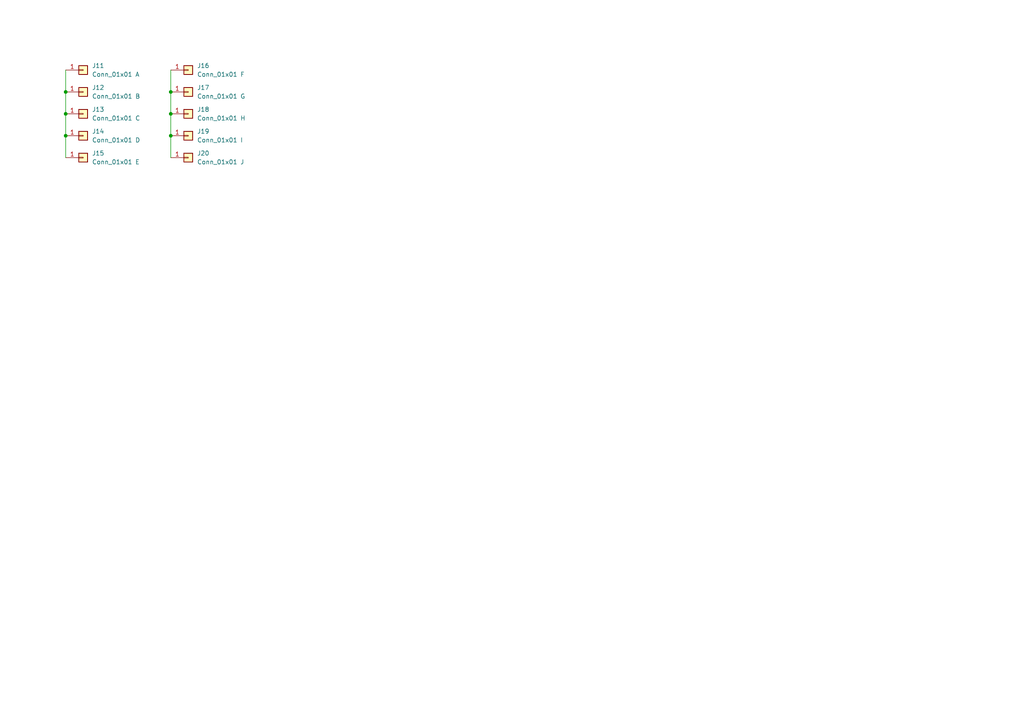
<source format=kicad_sch>
(kicad_sch
	(version 20250114)
	(generator "eeschema")
	(generator_version "9.0")
	(uuid "f6f30020-aa0e-4bf1-8597-5e0e02283547")
	(paper "A4")
	(lib_symbols
		(symbol "solderbread:Conn_01x01"
			(pin_names
				(offset 1.016)
				(hide yes)
			)
			(exclude_from_sim no)
			(in_bom yes)
			(on_board yes)
			(property "Reference" "J"
				(at 0 2.54 0)
				(effects
					(font
						(size 1.27 1.27)
					)
				)
			)
			(property "Value" "Conn_01x01"
				(at 0 -2.54 0)
				(effects
					(font
						(size 1.27 1.27)
					)
				)
			)
			(property "Footprint" "solderbread:single_pin"
				(at 0 0 0)
				(effects
					(font
						(size 1.27 1.27)
					)
					(hide yes)
				)
			)
			(property "Datasheet" "~"
				(at 0 0 0)
				(effects
					(font
						(size 1.27 1.27)
					)
					(hide yes)
				)
			)
			(property "Description" "Generic connector, single row, 01x01, script generated (kicad-library-utils/schlib/autogen/connector/)"
				(at 0 0 0)
				(effects
					(font
						(size 1.27 1.27)
					)
					(hide yes)
				)
			)
			(property "ki_keywords" "connector"
				(at 0 0 0)
				(effects
					(font
						(size 1.27 1.27)
					)
					(hide yes)
				)
			)
			(property "ki_fp_filters" "Connector*:*_1x??_*"
				(at 0 0 0)
				(effects
					(font
						(size 1.27 1.27)
					)
					(hide yes)
				)
			)
			(symbol "Conn_01x01_1_1"
				(rectangle
					(start -1.27 1.27)
					(end 1.27 -1.27)
					(stroke
						(width 0.254)
						(type default)
					)
					(fill
						(type background)
					)
				)
				(rectangle
					(start -1.27 0.127)
					(end 0 -0.127)
					(stroke
						(width 0.1524)
						(type default)
					)
					(fill
						(type none)
					)
				)
				(pin passive line
					(at -5.08 0 0)
					(length 3.81)
					(name "Pin_1"
						(effects
							(font
								(size 1.27 1.27)
							)
						)
					)
					(number "1"
						(effects
							(font
								(size 1.27 1.27)
							)
						)
					)
				)
			)
			(embedded_fonts no)
		)
	)
	(junction
		(at 49.53 33.02)
		(diameter 0)
		(color 0 0 0 0)
		(uuid "048898ae-6cf2-4ccf-a105-5d2e08a53b0a")
	)
	(junction
		(at 19.05 39.37)
		(diameter 0)
		(color 0 0 0 0)
		(uuid "0881ba5c-1232-4607-bef4-339d17abadce")
	)
	(junction
		(at 49.53 39.37)
		(diameter 0)
		(color 0 0 0 0)
		(uuid "088735d5-8c35-41c4-8a5c-bc82f15da6ef")
	)
	(junction
		(at 49.53 26.67)
		(diameter 0)
		(color 0 0 0 0)
		(uuid "6bce5266-1661-44f2-952b-f3fa7463f5de")
	)
	(junction
		(at 19.05 33.02)
		(diameter 0)
		(color 0 0 0 0)
		(uuid "7ff69c22-740f-4859-8c2b-dfd58ec47ab9")
	)
	(junction
		(at 19.05 26.67)
		(diameter 0)
		(color 0 0 0 0)
		(uuid "a7584cb8-3268-4c17-a9a8-49244682b2d7")
	)
	(wire
		(pts
			(xy 19.05 33.02) (xy 19.05 39.37)
		)
		(stroke
			(width 0)
			(type default)
		)
		(uuid "21f7a7bf-becc-40e8-af41-6b884b9cfdfa")
	)
	(wire
		(pts
			(xy 19.05 26.67) (xy 19.05 33.02)
		)
		(stroke
			(width 0)
			(type default)
		)
		(uuid "6aa352ad-7641-42ec-bbb3-3dda7123db9b")
	)
	(wire
		(pts
			(xy 19.05 20.32) (xy 19.05 26.67)
		)
		(stroke
			(width 0)
			(type default)
		)
		(uuid "be2e5717-1811-4afe-b5e5-fc10e1f8353a")
	)
	(wire
		(pts
			(xy 49.53 33.02) (xy 49.53 39.37)
		)
		(stroke
			(width 0)
			(type default)
		)
		(uuid "c7e134ae-f1f4-4784-ad39-dd75cb044d2f")
	)
	(wire
		(pts
			(xy 49.53 39.37) (xy 49.53 45.72)
		)
		(stroke
			(width 0)
			(type default)
		)
		(uuid "c8e355e1-106a-4344-b262-74657058d396")
	)
	(wire
		(pts
			(xy 19.05 39.37) (xy 19.05 45.72)
		)
		(stroke
			(width 0)
			(type default)
		)
		(uuid "de653e8e-86d2-4415-b1b3-98aef75ef4c0")
	)
	(wire
		(pts
			(xy 49.53 20.32) (xy 49.53 26.67)
		)
		(stroke
			(width 0)
			(type default)
		)
		(uuid "e147eb6e-f1cc-44f7-836d-b1ae4683d7be")
	)
	(wire
		(pts
			(xy 49.53 26.67) (xy 49.53 33.02)
		)
		(stroke
			(width 0)
			(type default)
		)
		(uuid "e9bc234e-2b58-43b4-8ccc-3d89f9f847b7")
	)
	(symbol
		(lib_id "solderbread:Conn_01x01")
		(at 54.61 33.02 0)
		(unit 1)
		(exclude_from_sim no)
		(in_bom yes)
		(on_board yes)
		(dnp no)
		(fields_autoplaced yes)
		(uuid "365a0582-c93d-4da9-a666-cc8a0119b43c")
		(property "Reference" "J8"
			(at 57.15 31.7499 0)
			(effects
				(font
					(size 1.27 1.27)
				)
				(justify left)
			)
		)
		(property "Value" "Conn_01x01 H"
			(at 57.15 34.2899 0)
			(effects
				(font
					(size 1.27 1.27)
				)
				(justify left)
			)
		)
		(property "Footprint" "solderbread:single_pin"
			(at 54.61 33.02 0)
			(effects
				(font
					(size 1.27 1.27)
				)
				(hide yes)
			)
		)
		(property "Datasheet" "~"
			(at 54.61 33.02 0)
			(effects
				(font
					(size 1.27 1.27)
				)
				(hide yes)
			)
		)
		(property "Description" "Generic connector, single row, 01x01, script generated (kicad-library-utils/schlib/autogen/connector/)"
			(at 54.61 33.02 0)
			(effects
				(font
					(size 1.27 1.27)
				)
				(hide yes)
			)
		)
		(pin "1"
			(uuid "7c6b9fa7-23e1-455c-bec9-d651205b7f52")
		)
		(instances
			(project "solderbread_custm"
				(path "/e605fdad-5778-44d0-9fa4-8d0c1f5f8e4f/010244ba-b459-43d0-9189-99817ad16ee9"
					(reference "J18")
					(unit 1)
				)
				(path "/e605fdad-5778-44d0-9fa4-8d0c1f5f8e4f/016e330a-7c33-4980-8d3d-8eedfeb2c957"
					(reference "J258")
					(unit 1)
				)
				(path "/e605fdad-5778-44d0-9fa4-8d0c1f5f8e4f/02d80adb-a5e7-4fb0-8f07-ee8dbdd7040d"
					(reference "J488")
					(unit 1)
				)
				(path "/e605fdad-5778-44d0-9fa4-8d0c1f5f8e4f/0c9c53b0-d9c0-425a-bc6c-f60d6da800fa"
					(reference "J508")
					(unit 1)
				)
				(path "/e605fdad-5778-44d0-9fa4-8d0c1f5f8e4f/154762b8-5ef2-4e31-88dc-0d65a0077471"
					(reference "J88")
					(unit 1)
				)
				(path "/e605fdad-5778-44d0-9fa4-8d0c1f5f8e4f/2608f317-1d76-4ec8-9ad0-d2aeb0ca5d4d"
					(reference "J358")
					(unit 1)
				)
				(path "/e605fdad-5778-44d0-9fa4-8d0c1f5f8e4f/2ef212bf-23da-4f89-a7f0-00b9bad65dab"
					(reference "J598")
					(unit 1)
				)
				(path "/e605fdad-5778-44d0-9fa4-8d0c1f5f8e4f/30d4936d-6ace-469d-9fd2-c575b4b4eaef"
					(reference "J278")
					(unit 1)
				)
				(path "/e605fdad-5778-44d0-9fa4-8d0c1f5f8e4f/33da9005-e0c1-4025-b582-7188bba8029f"
					(reference "J188")
					(unit 1)
				)
				(path "/e605fdad-5778-44d0-9fa4-8d0c1f5f8e4f/37563292-0dc4-48dd-bfaa-66a572fe19bd"
					(reference "J58")
					(unit 1)
				)
				(path "/e605fdad-5778-44d0-9fa4-8d0c1f5f8e4f/3c84d1c7-f916-4d2d-8697-a453457381b9"
					(reference "J8")
					(unit 1)
				)
				(path "/e605fdad-5778-44d0-9fa4-8d0c1f5f8e4f/3d78e162-6c7a-4f1e-8af1-ed304957f422"
					(reference "J578")
					(unit 1)
				)
				(path "/e605fdad-5778-44d0-9fa4-8d0c1f5f8e4f/3dc0baf6-241e-4ac7-8911-2ddf648af76e"
					(reference "J558")
					(unit 1)
				)
				(path "/e605fdad-5778-44d0-9fa4-8d0c1f5f8e4f/4061ce90-f682-4a66-b090-9e287a33a812"
					(reference "J148")
					(unit 1)
				)
				(path "/e605fdad-5778-44d0-9fa4-8d0c1f5f8e4f/40d4b3a5-f6df-4823-8014-e27f4d817445"
					(reference "J418")
					(unit 1)
				)
				(path "/e605fdad-5778-44d0-9fa4-8d0c1f5f8e4f/40e59e53-e3a1-40f9-8efb-56bd5136985d"
					(reference "J208")
					(unit 1)
				)
				(path "/e605fdad-5778-44d0-9fa4-8d0c1f5f8e4f/43885cb7-c405-4f8b-9fe1-ee244334d622"
					(reference "J348")
					(unit 1)
				)
				(path "/e605fdad-5778-44d0-9fa4-8d0c1f5f8e4f/43e785ac-989f-4ce3-9ef1-27016825ccf0"
					(reference "J518")
					(unit 1)
				)
				(path "/e605fdad-5778-44d0-9fa4-8d0c1f5f8e4f/46498db3-7956-4275-a165-af8e4da83eaf"
					(reference "J338")
					(unit 1)
				)
				(path "/e605fdad-5778-44d0-9fa4-8d0c1f5f8e4f/4856f381-3bbc-4f1f-807e-a0ba76da9390"
					(reference "J628")
					(unit 1)
				)
				(path "/e605fdad-5778-44d0-9fa4-8d0c1f5f8e4f/4e273c7a-151b-4c31-bd73-3c6e585afc29"
					(reference "J298")
					(unit 1)
				)
				(path "/e605fdad-5778-44d0-9fa4-8d0c1f5f8e4f/4e52f344-6a99-4731-8680-d93f79731469"
					(reference "J288")
					(unit 1)
				)
				(path "/e605fdad-5778-44d0-9fa4-8d0c1f5f8e4f/4ef63628-8ba9-49e6-a448-553376606dd5"
					(reference "J318")
					(unit 1)
				)
				(path "/e605fdad-5778-44d0-9fa4-8d0c1f5f8e4f/54951a71-20ea-40fe-97c5-b568eb91069b"
					(reference "J458")
					(unit 1)
				)
				(path "/e605fdad-5778-44d0-9fa4-8d0c1f5f8e4f/59c1a704-b163-4a86-a9f1-39de9f5927c2"
					(reference "J308")
					(unit 1)
				)
				(path "/e605fdad-5778-44d0-9fa4-8d0c1f5f8e4f/5bac0915-e86e-49b9-81f9-23e609a7a28e"
					(reference "J78")
					(unit 1)
				)
				(path "/e605fdad-5778-44d0-9fa4-8d0c1f5f8e4f/618a33cb-529b-4425-a59e-3ed304ebd2cf"
					(reference "J108")
					(unit 1)
				)
				(path "/e605fdad-5778-44d0-9fa4-8d0c1f5f8e4f/61e0bfe2-4778-4cfa-86d6-3350298c78f6"
					(reference "J228")
					(unit 1)
				)
				(path "/e605fdad-5778-44d0-9fa4-8d0c1f5f8e4f/64bd646c-3bba-4df4-87c2-e5dcd4efed82"
					(reference "J608")
					(unit 1)
				)
				(path "/e605fdad-5778-44d0-9fa4-8d0c1f5f8e4f/65fbc034-9cb8-41a9-9d1b-9a324e28dabc"
					(reference "J428")
					(unit 1)
				)
				(path "/e605fdad-5778-44d0-9fa4-8d0c1f5f8e4f/679242e2-9ffe-4de5-bfb1-b031118ac734"
					(reference "J98")
					(unit 1)
				)
				(path "/e605fdad-5778-44d0-9fa4-8d0c1f5f8e4f/67aa851b-9811-427e-938e-62c63245778e"
					(reference "J538")
					(unit 1)
				)
				(path "/e605fdad-5778-44d0-9fa4-8d0c1f5f8e4f/6cf467ce-c496-4af3-84e3-2493ae4fb2fb"
					(reference "J368")
					(unit 1)
				)
				(path "/e605fdad-5778-44d0-9fa4-8d0c1f5f8e4f/6f9a8d04-78b6-4b06-afac-b46c3de1a3a8"
					(reference "J118")
					(unit 1)
				)
				(path "/e605fdad-5778-44d0-9fa4-8d0c1f5f8e4f/78947d0b-476b-4ac3-8981-f2687cb1bfae"
					(reference "J618")
					(unit 1)
				)
				(path "/e605fdad-5778-44d0-9fa4-8d0c1f5f8e4f/7cc6eea7-a9e1-4bc4-8c29-fc339c82e422"
					(reference "J68")
					(unit 1)
				)
				(path "/e605fdad-5778-44d0-9fa4-8d0c1f5f8e4f/7db2faf4-5c08-46c4-a3dd-cd41ec036a5d"
					(reference "J238")
					(unit 1)
				)
				(path "/e605fdad-5778-44d0-9fa4-8d0c1f5f8e4f/83611c22-73eb-41e7-9631-d6ba654fd37b"
					(reference "J38")
					(unit 1)
				)
				(path "/e605fdad-5778-44d0-9fa4-8d0c1f5f8e4f/876b852a-3745-4f5e-b379-4a656ed10afb"
					(reference "J248")
					(unit 1)
				)
				(path "/e605fdad-5778-44d0-9fa4-8d0c1f5f8e4f/8ac5936c-61bd-4139-abe0-9b103526063a"
					(reference "J328")
					(unit 1)
				)
				(path "/e605fdad-5778-44d0-9fa4-8d0c1f5f8e4f/8f745efd-6fb2-43ca-8481-e5cf0c5ffca7"
					(reference "J268")
					(unit 1)
				)
				(path "/e605fdad-5778-44d0-9fa4-8d0c1f5f8e4f/91c3334c-991a-4c3c-8332-f5475a085444"
					(reference "J588")
					(unit 1)
				)
				(path "/e605fdad-5778-44d0-9fa4-8d0c1f5f8e4f/94717184-e46c-4076-87f0-95f3c9f924fb"
					(reference "J28")
					(unit 1)
				)
				(path "/e605fdad-5778-44d0-9fa4-8d0c1f5f8e4f/9f59e9b5-a5ed-4797-9764-453f3fa628f1"
					(reference "J568")
					(unit 1)
				)
				(path "/e605fdad-5778-44d0-9fa4-8d0c1f5f8e4f/a315ed1e-23e8-4684-ac86-47f7bb5100f1"
					(reference "J48")
					(unit 1)
				)
				(path "/e605fdad-5778-44d0-9fa4-8d0c1f5f8e4f/a490b75b-d606-4e65-9f8e-782d5ce85b9b"
					(reference "J528")
					(unit 1)
				)
				(path "/e605fdad-5778-44d0-9fa4-8d0c1f5f8e4f/a49e5546-0634-4cce-9fbc-99e89ec03329"
					(reference "J448")
					(unit 1)
				)
				(path "/e605fdad-5778-44d0-9fa4-8d0c1f5f8e4f/aadf1ad6-b18e-4a53-9ba6-0c69e62def02"
					(reference "J128")
					(unit 1)
				)
				(path "/e605fdad-5778-44d0-9fa4-8d0c1f5f8e4f/acc6aaa0-026f-4b09-bf13-10abd0fba7fe"
					(reference "J218")
					(unit 1)
				)
				(path "/e605fdad-5778-44d0-9fa4-8d0c1f5f8e4f/ad9d94f1-84e6-4961-bdd4-cecd51bce1a8"
					(reference "J468")
					(unit 1)
				)
				(path "/e605fdad-5778-44d0-9fa4-8d0c1f5f8e4f/afcd020c-080d-4ff6-abcd-efcedd9f47c7"
					(reference "J498")
					(unit 1)
				)
				(path "/e605fdad-5778-44d0-9fa4-8d0c1f5f8e4f/c1036ed4-a6a7-4c8a-853f-8ed89a479f7d"
					(reference "J398")
					(unit 1)
				)
				(path "/e605fdad-5778-44d0-9fa4-8d0c1f5f8e4f/c765355b-9d90-4f42-b96e-3085db498a54"
					(reference "J478")
					(unit 1)
				)
				(path "/e605fdad-5778-44d0-9fa4-8d0c1f5f8e4f/cb9cd9b1-01f6-487d-abfa-2be20361803b"
					(reference "J158")
					(unit 1)
				)
				(path "/e605fdad-5778-44d0-9fa4-8d0c1f5f8e4f/cc81d100-37cb-4aec-8f79-d0d3a85cf2dd"
					(reference "J388")
					(unit 1)
				)
				(path "/e605fdad-5778-44d0-9fa4-8d0c1f5f8e4f/d28c7549-cc77-4078-9dac-bb5b9fc529f0"
					(reference "J138")
					(unit 1)
				)
				(path "/e605fdad-5778-44d0-9fa4-8d0c1f5f8e4f/dea14c4d-f8b7-44bc-aa99-f264b03990f2"
					(reference "J408")
					(unit 1)
				)
				(path "/e605fdad-5778-44d0-9fa4-8d0c1f5f8e4f/e16b03fe-fd08-45bb-bb53-43a4c7f003e8"
					(reference "J548")
					(unit 1)
				)
				(path "/e605fdad-5778-44d0-9fa4-8d0c1f5f8e4f/e5b9df07-60d5-4e11-89ea-1ff795a37047"
					(reference "J178")
					(unit 1)
				)
				(path "/e605fdad-5778-44d0-9fa4-8d0c1f5f8e4f/e6977c13-a236-4bef-87a7-915f877a0e94"
					(reference "J168")
					(unit 1)
				)
				(path "/e605fdad-5778-44d0-9fa4-8d0c1f5f8e4f/ef9f2312-8a31-4925-9dd7-873897545b62"
					(reference "J198")
					(unit 1)
				)
				(path "/e605fdad-5778-44d0-9fa4-8d0c1f5f8e4f/fb39cbce-f62e-452c-85f2-e6f359f9b0e8"
					(reference "J438")
					(unit 1)
				)
				(path "/e605fdad-5778-44d0-9fa4-8d0c1f5f8e4f/fdb4f3fb-e543-4645-971d-92977db55d98"
					(reference "J378")
					(unit 1)
				)
			)
		)
	)
	(symbol
		(lib_id "solderbread:Conn_01x01")
		(at 54.61 26.67 0)
		(unit 1)
		(exclude_from_sim no)
		(in_bom yes)
		(on_board yes)
		(dnp no)
		(fields_autoplaced yes)
		(uuid "4a58a1db-8121-4dfc-a27d-2a1f490e2eea")
		(property "Reference" "J7"
			(at 57.15 25.3999 0)
			(effects
				(font
					(size 1.27 1.27)
				)
				(justify left)
			)
		)
		(property "Value" "Conn_01x01 G"
			(at 57.15 27.9399 0)
			(effects
				(font
					(size 1.27 1.27)
				)
				(justify left)
			)
		)
		(property "Footprint" "solderbread:single_pin"
			(at 54.61 26.67 0)
			(effects
				(font
					(size 1.27 1.27)
				)
				(hide yes)
			)
		)
		(property "Datasheet" "~"
			(at 54.61 26.67 0)
			(effects
				(font
					(size 1.27 1.27)
				)
				(hide yes)
			)
		)
		(property "Description" "Generic connector, single row, 01x01, script generated (kicad-library-utils/schlib/autogen/connector/)"
			(at 54.61 26.67 0)
			(effects
				(font
					(size 1.27 1.27)
				)
				(hide yes)
			)
		)
		(pin "1"
			(uuid "47e3bf82-a905-467f-8b81-8c6c36532f0a")
		)
		(instances
			(project "solderbread_custm"
				(path "/e605fdad-5778-44d0-9fa4-8d0c1f5f8e4f/010244ba-b459-43d0-9189-99817ad16ee9"
					(reference "J17")
					(unit 1)
				)
				(path "/e605fdad-5778-44d0-9fa4-8d0c1f5f8e4f/016e330a-7c33-4980-8d3d-8eedfeb2c957"
					(reference "J257")
					(unit 1)
				)
				(path "/e605fdad-5778-44d0-9fa4-8d0c1f5f8e4f/02d80adb-a5e7-4fb0-8f07-ee8dbdd7040d"
					(reference "J487")
					(unit 1)
				)
				(path "/e605fdad-5778-44d0-9fa4-8d0c1f5f8e4f/0c9c53b0-d9c0-425a-bc6c-f60d6da800fa"
					(reference "J507")
					(unit 1)
				)
				(path "/e605fdad-5778-44d0-9fa4-8d0c1f5f8e4f/154762b8-5ef2-4e31-88dc-0d65a0077471"
					(reference "J87")
					(unit 1)
				)
				(path "/e605fdad-5778-44d0-9fa4-8d0c1f5f8e4f/2608f317-1d76-4ec8-9ad0-d2aeb0ca5d4d"
					(reference "J357")
					(unit 1)
				)
				(path "/e605fdad-5778-44d0-9fa4-8d0c1f5f8e4f/2ef212bf-23da-4f89-a7f0-00b9bad65dab"
					(reference "J597")
					(unit 1)
				)
				(path "/e605fdad-5778-44d0-9fa4-8d0c1f5f8e4f/30d4936d-6ace-469d-9fd2-c575b4b4eaef"
					(reference "J277")
					(unit 1)
				)
				(path "/e605fdad-5778-44d0-9fa4-8d0c1f5f8e4f/33da9005-e0c1-4025-b582-7188bba8029f"
					(reference "J187")
					(unit 1)
				)
				(path "/e605fdad-5778-44d0-9fa4-8d0c1f5f8e4f/37563292-0dc4-48dd-bfaa-66a572fe19bd"
					(reference "J57")
					(unit 1)
				)
				(path "/e605fdad-5778-44d0-9fa4-8d0c1f5f8e4f/3c84d1c7-f916-4d2d-8697-a453457381b9"
					(reference "J7")
					(unit 1)
				)
				(path "/e605fdad-5778-44d0-9fa4-8d0c1f5f8e4f/3d78e162-6c7a-4f1e-8af1-ed304957f422"
					(reference "J577")
					(unit 1)
				)
				(path "/e605fdad-5778-44d0-9fa4-8d0c1f5f8e4f/3dc0baf6-241e-4ac7-8911-2ddf648af76e"
					(reference "J557")
					(unit 1)
				)
				(path "/e605fdad-5778-44d0-9fa4-8d0c1f5f8e4f/4061ce90-f682-4a66-b090-9e287a33a812"
					(reference "J147")
					(unit 1)
				)
				(path "/e605fdad-5778-44d0-9fa4-8d0c1f5f8e4f/40d4b3a5-f6df-4823-8014-e27f4d817445"
					(reference "J417")
					(unit 1)
				)
				(path "/e605fdad-5778-44d0-9fa4-8d0c1f5f8e4f/40e59e53-e3a1-40f9-8efb-56bd5136985d"
					(reference "J207")
					(unit 1)
				)
				(path "/e605fdad-5778-44d0-9fa4-8d0c1f5f8e4f/43885cb7-c405-4f8b-9fe1-ee244334d622"
					(reference "J347")
					(unit 1)
				)
				(path "/e605fdad-5778-44d0-9fa4-8d0c1f5f8e4f/43e785ac-989f-4ce3-9ef1-27016825ccf0"
					(reference "J517")
					(unit 1)
				)
				(path "/e605fdad-5778-44d0-9fa4-8d0c1f5f8e4f/46498db3-7956-4275-a165-af8e4da83eaf"
					(reference "J337")
					(unit 1)
				)
				(path "/e605fdad-5778-44d0-9fa4-8d0c1f5f8e4f/4856f381-3bbc-4f1f-807e-a0ba76da9390"
					(reference "J627")
					(unit 1)
				)
				(path "/e605fdad-5778-44d0-9fa4-8d0c1f5f8e4f/4e273c7a-151b-4c31-bd73-3c6e585afc29"
					(reference "J297")
					(unit 1)
				)
				(path "/e605fdad-5778-44d0-9fa4-8d0c1f5f8e4f/4e52f344-6a99-4731-8680-d93f79731469"
					(reference "J287")
					(unit 1)
				)
				(path "/e605fdad-5778-44d0-9fa4-8d0c1f5f8e4f/4ef63628-8ba9-49e6-a448-553376606dd5"
					(reference "J317")
					(unit 1)
				)
				(path "/e605fdad-5778-44d0-9fa4-8d0c1f5f8e4f/54951a71-20ea-40fe-97c5-b568eb91069b"
					(reference "J457")
					(unit 1)
				)
				(path "/e605fdad-5778-44d0-9fa4-8d0c1f5f8e4f/59c1a704-b163-4a86-a9f1-39de9f5927c2"
					(reference "J307")
					(unit 1)
				)
				(path "/e605fdad-5778-44d0-9fa4-8d0c1f5f8e4f/5bac0915-e86e-49b9-81f9-23e609a7a28e"
					(reference "J77")
					(unit 1)
				)
				(path "/e605fdad-5778-44d0-9fa4-8d0c1f5f8e4f/618a33cb-529b-4425-a59e-3ed304ebd2cf"
					(reference "J107")
					(unit 1)
				)
				(path "/e605fdad-5778-44d0-9fa4-8d0c1f5f8e4f/61e0bfe2-4778-4cfa-86d6-3350298c78f6"
					(reference "J227")
					(unit 1)
				)
				(path "/e605fdad-5778-44d0-9fa4-8d0c1f5f8e4f/64bd646c-3bba-4df4-87c2-e5dcd4efed82"
					(reference "J607")
					(unit 1)
				)
				(path "/e605fdad-5778-44d0-9fa4-8d0c1f5f8e4f/65fbc034-9cb8-41a9-9d1b-9a324e28dabc"
					(reference "J427")
					(unit 1)
				)
				(path "/e605fdad-5778-44d0-9fa4-8d0c1f5f8e4f/679242e2-9ffe-4de5-bfb1-b031118ac734"
					(reference "J97")
					(unit 1)
				)
				(path "/e605fdad-5778-44d0-9fa4-8d0c1f5f8e4f/67aa851b-9811-427e-938e-62c63245778e"
					(reference "J537")
					(unit 1)
				)
				(path "/e605fdad-5778-44d0-9fa4-8d0c1f5f8e4f/6cf467ce-c496-4af3-84e3-2493ae4fb2fb"
					(reference "J367")
					(unit 1)
				)
				(path "/e605fdad-5778-44d0-9fa4-8d0c1f5f8e4f/6f9a8d04-78b6-4b06-afac-b46c3de1a3a8"
					(reference "J117")
					(unit 1)
				)
				(path "/e605fdad-5778-44d0-9fa4-8d0c1f5f8e4f/78947d0b-476b-4ac3-8981-f2687cb1bfae"
					(reference "J617")
					(unit 1)
				)
				(path "/e605fdad-5778-44d0-9fa4-8d0c1f5f8e4f/7cc6eea7-a9e1-4bc4-8c29-fc339c82e422"
					(reference "J67")
					(unit 1)
				)
				(path "/e605fdad-5778-44d0-9fa4-8d0c1f5f8e4f/7db2faf4-5c08-46c4-a3dd-cd41ec036a5d"
					(reference "J237")
					(unit 1)
				)
				(path "/e605fdad-5778-44d0-9fa4-8d0c1f5f8e4f/83611c22-73eb-41e7-9631-d6ba654fd37b"
					(reference "J37")
					(unit 1)
				)
				(path "/e605fdad-5778-44d0-9fa4-8d0c1f5f8e4f/876b852a-3745-4f5e-b379-4a656ed10afb"
					(reference "J247")
					(unit 1)
				)
				(path "/e605fdad-5778-44d0-9fa4-8d0c1f5f8e4f/8ac5936c-61bd-4139-abe0-9b103526063a"
					(reference "J327")
					(unit 1)
				)
				(path "/e605fdad-5778-44d0-9fa4-8d0c1f5f8e4f/8f745efd-6fb2-43ca-8481-e5cf0c5ffca7"
					(reference "J267")
					(unit 1)
				)
				(path "/e605fdad-5778-44d0-9fa4-8d0c1f5f8e4f/91c3334c-991a-4c3c-8332-f5475a085444"
					(reference "J587")
					(unit 1)
				)
				(path "/e605fdad-5778-44d0-9fa4-8d0c1f5f8e4f/94717184-e46c-4076-87f0-95f3c9f924fb"
					(reference "J27")
					(unit 1)
				)
				(path "/e605fdad-5778-44d0-9fa4-8d0c1f5f8e4f/9f59e9b5-a5ed-4797-9764-453f3fa628f1"
					(reference "J567")
					(unit 1)
				)
				(path "/e605fdad-5778-44d0-9fa4-8d0c1f5f8e4f/a315ed1e-23e8-4684-ac86-47f7bb5100f1"
					(reference "J47")
					(unit 1)
				)
				(path "/e605fdad-5778-44d0-9fa4-8d0c1f5f8e4f/a490b75b-d606-4e65-9f8e-782d5ce85b9b"
					(reference "J527")
					(unit 1)
				)
				(path "/e605fdad-5778-44d0-9fa4-8d0c1f5f8e4f/a49e5546-0634-4cce-9fbc-99e89ec03329"
					(reference "J447")
					(unit 1)
				)
				(path "/e605fdad-5778-44d0-9fa4-8d0c1f5f8e4f/aadf1ad6-b18e-4a53-9ba6-0c69e62def02"
					(reference "J127")
					(unit 1)
				)
				(path "/e605fdad-5778-44d0-9fa4-8d0c1f5f8e4f/acc6aaa0-026f-4b09-bf13-10abd0fba7fe"
					(reference "J217")
					(unit 1)
				)
				(path "/e605fdad-5778-44d0-9fa4-8d0c1f5f8e4f/ad9d94f1-84e6-4961-bdd4-cecd51bce1a8"
					(reference "J467")
					(unit 1)
				)
				(path "/e605fdad-5778-44d0-9fa4-8d0c1f5f8e4f/afcd020c-080d-4ff6-abcd-efcedd9f47c7"
					(reference "J497")
					(unit 1)
				)
				(path "/e605fdad-5778-44d0-9fa4-8d0c1f5f8e4f/c1036ed4-a6a7-4c8a-853f-8ed89a479f7d"
					(reference "J397")
					(unit 1)
				)
				(path "/e605fdad-5778-44d0-9fa4-8d0c1f5f8e4f/c765355b-9d90-4f42-b96e-3085db498a54"
					(reference "J477")
					(unit 1)
				)
				(path "/e605fdad-5778-44d0-9fa4-8d0c1f5f8e4f/cb9cd9b1-01f6-487d-abfa-2be20361803b"
					(reference "J157")
					(unit 1)
				)
				(path "/e605fdad-5778-44d0-9fa4-8d0c1f5f8e4f/cc81d100-37cb-4aec-8f79-d0d3a85cf2dd"
					(reference "J387")
					(unit 1)
				)
				(path "/e605fdad-5778-44d0-9fa4-8d0c1f5f8e4f/d28c7549-cc77-4078-9dac-bb5b9fc529f0"
					(reference "J137")
					(unit 1)
				)
				(path "/e605fdad-5778-44d0-9fa4-8d0c1f5f8e4f/dea14c4d-f8b7-44bc-aa99-f264b03990f2"
					(reference "J407")
					(unit 1)
				)
				(path "/e605fdad-5778-44d0-9fa4-8d0c1f5f8e4f/e16b03fe-fd08-45bb-bb53-43a4c7f003e8"
					(reference "J547")
					(unit 1)
				)
				(path "/e605fdad-5778-44d0-9fa4-8d0c1f5f8e4f/e5b9df07-60d5-4e11-89ea-1ff795a37047"
					(reference "J177")
					(unit 1)
				)
				(path "/e605fdad-5778-44d0-9fa4-8d0c1f5f8e4f/e6977c13-a236-4bef-87a7-915f877a0e94"
					(reference "J167")
					(unit 1)
				)
				(path "/e605fdad-5778-44d0-9fa4-8d0c1f5f8e4f/ef9f2312-8a31-4925-9dd7-873897545b62"
					(reference "J197")
					(unit 1)
				)
				(path "/e605fdad-5778-44d0-9fa4-8d0c1f5f8e4f/fb39cbce-f62e-452c-85f2-e6f359f9b0e8"
					(reference "J437")
					(unit 1)
				)
				(path "/e605fdad-5778-44d0-9fa4-8d0c1f5f8e4f/fdb4f3fb-e543-4645-971d-92977db55d98"
					(reference "J377")
					(unit 1)
				)
			)
		)
	)
	(symbol
		(lib_id "solderbread:Conn_01x01")
		(at 24.13 26.67 0)
		(unit 1)
		(exclude_from_sim no)
		(in_bom yes)
		(on_board yes)
		(dnp no)
		(fields_autoplaced yes)
		(uuid "585024fe-af0c-4a43-bdc8-0a361f3c8e64")
		(property "Reference" "J2"
			(at 26.67 25.3999 0)
			(effects
				(font
					(size 1.27 1.27)
				)
				(justify left)
			)
		)
		(property "Value" "Conn_01x01 B"
			(at 26.67 27.9399 0)
			(effects
				(font
					(size 1.27 1.27)
				)
				(justify left)
			)
		)
		(property "Footprint" "solderbread:single_pin"
			(at 24.13 26.67 0)
			(effects
				(font
					(size 1.27 1.27)
				)
				(hide yes)
			)
		)
		(property "Datasheet" "~"
			(at 24.13 26.67 0)
			(effects
				(font
					(size 1.27 1.27)
				)
				(hide yes)
			)
		)
		(property "Description" "Generic connector, single row, 01x01, script generated (kicad-library-utils/schlib/autogen/connector/)"
			(at 24.13 26.67 0)
			(effects
				(font
					(size 1.27 1.27)
				)
				(hide yes)
			)
		)
		(pin "1"
			(uuid "9b6cd5bc-35a1-4b80-8c88-9a81c0c702c1")
		)
		(instances
			(project "solderbread_custm"
				(path "/e605fdad-5778-44d0-9fa4-8d0c1f5f8e4f/010244ba-b459-43d0-9189-99817ad16ee9"
					(reference "J12")
					(unit 1)
				)
				(path "/e605fdad-5778-44d0-9fa4-8d0c1f5f8e4f/016e330a-7c33-4980-8d3d-8eedfeb2c957"
					(reference "J252")
					(unit 1)
				)
				(path "/e605fdad-5778-44d0-9fa4-8d0c1f5f8e4f/02d80adb-a5e7-4fb0-8f07-ee8dbdd7040d"
					(reference "J482")
					(unit 1)
				)
				(path "/e605fdad-5778-44d0-9fa4-8d0c1f5f8e4f/0c9c53b0-d9c0-425a-bc6c-f60d6da800fa"
					(reference "J502")
					(unit 1)
				)
				(path "/e605fdad-5778-44d0-9fa4-8d0c1f5f8e4f/154762b8-5ef2-4e31-88dc-0d65a0077471"
					(reference "J82")
					(unit 1)
				)
				(path "/e605fdad-5778-44d0-9fa4-8d0c1f5f8e4f/2608f317-1d76-4ec8-9ad0-d2aeb0ca5d4d"
					(reference "J352")
					(unit 1)
				)
				(path "/e605fdad-5778-44d0-9fa4-8d0c1f5f8e4f/2ef212bf-23da-4f89-a7f0-00b9bad65dab"
					(reference "J592")
					(unit 1)
				)
				(path "/e605fdad-5778-44d0-9fa4-8d0c1f5f8e4f/30d4936d-6ace-469d-9fd2-c575b4b4eaef"
					(reference "J272")
					(unit 1)
				)
				(path "/e605fdad-5778-44d0-9fa4-8d0c1f5f8e4f/33da9005-e0c1-4025-b582-7188bba8029f"
					(reference "J182")
					(unit 1)
				)
				(path "/e605fdad-5778-44d0-9fa4-8d0c1f5f8e4f/37563292-0dc4-48dd-bfaa-66a572fe19bd"
					(reference "J52")
					(unit 1)
				)
				(path "/e605fdad-5778-44d0-9fa4-8d0c1f5f8e4f/3c84d1c7-f916-4d2d-8697-a453457381b9"
					(reference "J2")
					(unit 1)
				)
				(path "/e605fdad-5778-44d0-9fa4-8d0c1f5f8e4f/3d78e162-6c7a-4f1e-8af1-ed304957f422"
					(reference "J572")
					(unit 1)
				)
				(path "/e605fdad-5778-44d0-9fa4-8d0c1f5f8e4f/3dc0baf6-241e-4ac7-8911-2ddf648af76e"
					(reference "J552")
					(unit 1)
				)
				(path "/e605fdad-5778-44d0-9fa4-8d0c1f5f8e4f/4061ce90-f682-4a66-b090-9e287a33a812"
					(reference "J142")
					(unit 1)
				)
				(path "/e605fdad-5778-44d0-9fa4-8d0c1f5f8e4f/40d4b3a5-f6df-4823-8014-e27f4d817445"
					(reference "J412")
					(unit 1)
				)
				(path "/e605fdad-5778-44d0-9fa4-8d0c1f5f8e4f/40e59e53-e3a1-40f9-8efb-56bd5136985d"
					(reference "J202")
					(unit 1)
				)
				(path "/e605fdad-5778-44d0-9fa4-8d0c1f5f8e4f/43885cb7-c405-4f8b-9fe1-ee244334d622"
					(reference "J342")
					(unit 1)
				)
				(path "/e605fdad-5778-44d0-9fa4-8d0c1f5f8e4f/43e785ac-989f-4ce3-9ef1-27016825ccf0"
					(reference "J512")
					(unit 1)
				)
				(path "/e605fdad-5778-44d0-9fa4-8d0c1f5f8e4f/46498db3-7956-4275-a165-af8e4da83eaf"
					(reference "J332")
					(unit 1)
				)
				(path "/e605fdad-5778-44d0-9fa4-8d0c1f5f8e4f/4856f381-3bbc-4f1f-807e-a0ba76da9390"
					(reference "J622")
					(unit 1)
				)
				(path "/e605fdad-5778-44d0-9fa4-8d0c1f5f8e4f/4e273c7a-151b-4c31-bd73-3c6e585afc29"
					(reference "J292")
					(unit 1)
				)
				(path "/e605fdad-5778-44d0-9fa4-8d0c1f5f8e4f/4e52f344-6a99-4731-8680-d93f79731469"
					(reference "J282")
					(unit 1)
				)
				(path "/e605fdad-5778-44d0-9fa4-8d0c1f5f8e4f/4ef63628-8ba9-49e6-a448-553376606dd5"
					(reference "J312")
					(unit 1)
				)
				(path "/e605fdad-5778-44d0-9fa4-8d0c1f5f8e4f/54951a71-20ea-40fe-97c5-b568eb91069b"
					(reference "J452")
					(unit 1)
				)
				(path "/e605fdad-5778-44d0-9fa4-8d0c1f5f8e4f/59c1a704-b163-4a86-a9f1-39de9f5927c2"
					(reference "J302")
					(unit 1)
				)
				(path "/e605fdad-5778-44d0-9fa4-8d0c1f5f8e4f/5bac0915-e86e-49b9-81f9-23e609a7a28e"
					(reference "J72")
					(unit 1)
				)
				(path "/e605fdad-5778-44d0-9fa4-8d0c1f5f8e4f/618a33cb-529b-4425-a59e-3ed304ebd2cf"
					(reference "J102")
					(unit 1)
				)
				(path "/e605fdad-5778-44d0-9fa4-8d0c1f5f8e4f/61e0bfe2-4778-4cfa-86d6-3350298c78f6"
					(reference "J222")
					(unit 1)
				)
				(path "/e605fdad-5778-44d0-9fa4-8d0c1f5f8e4f/64bd646c-3bba-4df4-87c2-e5dcd4efed82"
					(reference "J602")
					(unit 1)
				)
				(path "/e605fdad-5778-44d0-9fa4-8d0c1f5f8e4f/65fbc034-9cb8-41a9-9d1b-9a324e28dabc"
					(reference "J422")
					(unit 1)
				)
				(path "/e605fdad-5778-44d0-9fa4-8d0c1f5f8e4f/679242e2-9ffe-4de5-bfb1-b031118ac734"
					(reference "J92")
					(unit 1)
				)
				(path "/e605fdad-5778-44d0-9fa4-8d0c1f5f8e4f/67aa851b-9811-427e-938e-62c63245778e"
					(reference "J532")
					(unit 1)
				)
				(path "/e605fdad-5778-44d0-9fa4-8d0c1f5f8e4f/6cf467ce-c496-4af3-84e3-2493ae4fb2fb"
					(reference "J362")
					(unit 1)
				)
				(path "/e605fdad-5778-44d0-9fa4-8d0c1f5f8e4f/6f9a8d04-78b6-4b06-afac-b46c3de1a3a8"
					(reference "J112")
					(unit 1)
				)
				(path "/e605fdad-5778-44d0-9fa4-8d0c1f5f8e4f/78947d0b-476b-4ac3-8981-f2687cb1bfae"
					(reference "J612")
					(unit 1)
				)
				(path "/e605fdad-5778-44d0-9fa4-8d0c1f5f8e4f/7cc6eea7-a9e1-4bc4-8c29-fc339c82e422"
					(reference "J62")
					(unit 1)
				)
				(path "/e605fdad-5778-44d0-9fa4-8d0c1f5f8e4f/7db2faf4-5c08-46c4-a3dd-cd41ec036a5d"
					(reference "J232")
					(unit 1)
				)
				(path "/e605fdad-5778-44d0-9fa4-8d0c1f5f8e4f/83611c22-73eb-41e7-9631-d6ba654fd37b"
					(reference "J32")
					(unit 1)
				)
				(path "/e605fdad-5778-44d0-9fa4-8d0c1f5f8e4f/876b852a-3745-4f5e-b379-4a656ed10afb"
					(reference "J242")
					(unit 1)
				)
				(path "/e605fdad-5778-44d0-9fa4-8d0c1f5f8e4f/8ac5936c-61bd-4139-abe0-9b103526063a"
					(reference "J322")
					(unit 1)
				)
				(path "/e605fdad-5778-44d0-9fa4-8d0c1f5f8e4f/8f745efd-6fb2-43ca-8481-e5cf0c5ffca7"
					(reference "J262")
					(unit 1)
				)
				(path "/e605fdad-5778-44d0-9fa4-8d0c1f5f8e4f/91c3334c-991a-4c3c-8332-f5475a085444"
					(reference "J582")
					(unit 1)
				)
				(path "/e605fdad-5778-44d0-9fa4-8d0c1f5f8e4f/94717184-e46c-4076-87f0-95f3c9f924fb"
					(reference "J22")
					(unit 1)
				)
				(path "/e605fdad-5778-44d0-9fa4-8d0c1f5f8e4f/9f59e9b5-a5ed-4797-9764-453f3fa628f1"
					(reference "J562")
					(unit 1)
				)
				(path "/e605fdad-5778-44d0-9fa4-8d0c1f5f8e4f/a315ed1e-23e8-4684-ac86-47f7bb5100f1"
					(reference "J42")
					(unit 1)
				)
				(path "/e605fdad-5778-44d0-9fa4-8d0c1f5f8e4f/a490b75b-d606-4e65-9f8e-782d5ce85b9b"
					(reference "J522")
					(unit 1)
				)
				(path "/e605fdad-5778-44d0-9fa4-8d0c1f5f8e4f/a49e5546-0634-4cce-9fbc-99e89ec03329"
					(reference "J442")
					(unit 1)
				)
				(path "/e605fdad-5778-44d0-9fa4-8d0c1f5f8e4f/aadf1ad6-b18e-4a53-9ba6-0c69e62def02"
					(reference "J122")
					(unit 1)
				)
				(path "/e605fdad-5778-44d0-9fa4-8d0c1f5f8e4f/acc6aaa0-026f-4b09-bf13-10abd0fba7fe"
					(reference "J212")
					(unit 1)
				)
				(path "/e605fdad-5778-44d0-9fa4-8d0c1f5f8e4f/ad9d94f1-84e6-4961-bdd4-cecd51bce1a8"
					(reference "J462")
					(unit 1)
				)
				(path "/e605fdad-5778-44d0-9fa4-8d0c1f5f8e4f/afcd020c-080d-4ff6-abcd-efcedd9f47c7"
					(reference "J492")
					(unit 1)
				)
				(path "/e605fdad-5778-44d0-9fa4-8d0c1f5f8e4f/c1036ed4-a6a7-4c8a-853f-8ed89a479f7d"
					(reference "J392")
					(unit 1)
				)
				(path "/e605fdad-5778-44d0-9fa4-8d0c1f5f8e4f/c765355b-9d90-4f42-b96e-3085db498a54"
					(reference "J472")
					(unit 1)
				)
				(path "/e605fdad-5778-44d0-9fa4-8d0c1f5f8e4f/cb9cd9b1-01f6-487d-abfa-2be20361803b"
					(reference "J152")
					(unit 1)
				)
				(path "/e605fdad-5778-44d0-9fa4-8d0c1f5f8e4f/cc81d100-37cb-4aec-8f79-d0d3a85cf2dd"
					(reference "J382")
					(unit 1)
				)
				(path "/e605fdad-5778-44d0-9fa4-8d0c1f5f8e4f/d28c7549-cc77-4078-9dac-bb5b9fc529f0"
					(reference "J132")
					(unit 1)
				)
				(path "/e605fdad-5778-44d0-9fa4-8d0c1f5f8e4f/dea14c4d-f8b7-44bc-aa99-f264b03990f2"
					(reference "J402")
					(unit 1)
				)
				(path "/e605fdad-5778-44d0-9fa4-8d0c1f5f8e4f/e16b03fe-fd08-45bb-bb53-43a4c7f003e8"
					(reference "J542")
					(unit 1)
				)
				(path "/e605fdad-5778-44d0-9fa4-8d0c1f5f8e4f/e5b9df07-60d5-4e11-89ea-1ff795a37047"
					(reference "J172")
					(unit 1)
				)
				(path "/e605fdad-5778-44d0-9fa4-8d0c1f5f8e4f/e6977c13-a236-4bef-87a7-915f877a0e94"
					(reference "J162")
					(unit 1)
				)
				(path "/e605fdad-5778-44d0-9fa4-8d0c1f5f8e4f/ef9f2312-8a31-4925-9dd7-873897545b62"
					(reference "J192")
					(unit 1)
				)
				(path "/e605fdad-5778-44d0-9fa4-8d0c1f5f8e4f/fb39cbce-f62e-452c-85f2-e6f359f9b0e8"
					(reference "J432")
					(unit 1)
				)
				(path "/e605fdad-5778-44d0-9fa4-8d0c1f5f8e4f/fdb4f3fb-e543-4645-971d-92977db55d98"
					(reference "J372")
					(unit 1)
				)
			)
		)
	)
	(symbol
		(lib_id "solderbread:Conn_01x01")
		(at 24.13 39.37 0)
		(unit 1)
		(exclude_from_sim no)
		(in_bom yes)
		(on_board yes)
		(dnp no)
		(fields_autoplaced yes)
		(uuid "8f7e640f-fc48-4c86-92b6-3e43ae50caa8")
		(property "Reference" "J4"
			(at 26.67 38.0999 0)
			(effects
				(font
					(size 1.27 1.27)
				)
				(justify left)
			)
		)
		(property "Value" "Conn_01x01 D"
			(at 26.67 40.6399 0)
			(effects
				(font
					(size 1.27 1.27)
				)
				(justify left)
			)
		)
		(property "Footprint" "solderbread:single_pin"
			(at 24.13 39.37 0)
			(effects
				(font
					(size 1.27 1.27)
				)
				(hide yes)
			)
		)
		(property "Datasheet" "~"
			(at 24.13 39.37 0)
			(effects
				(font
					(size 1.27 1.27)
				)
				(hide yes)
			)
		)
		(property "Description" "Generic connector, single row, 01x01, script generated (kicad-library-utils/schlib/autogen/connector/)"
			(at 24.13 39.37 0)
			(effects
				(font
					(size 1.27 1.27)
				)
				(hide yes)
			)
		)
		(pin "1"
			(uuid "c0311b5a-f33a-4a87-8da9-b2948c3e74b6")
		)
		(instances
			(project "solderbread_custm"
				(path "/e605fdad-5778-44d0-9fa4-8d0c1f5f8e4f/010244ba-b459-43d0-9189-99817ad16ee9"
					(reference "J14")
					(unit 1)
				)
				(path "/e605fdad-5778-44d0-9fa4-8d0c1f5f8e4f/016e330a-7c33-4980-8d3d-8eedfeb2c957"
					(reference "J254")
					(unit 1)
				)
				(path "/e605fdad-5778-44d0-9fa4-8d0c1f5f8e4f/02d80adb-a5e7-4fb0-8f07-ee8dbdd7040d"
					(reference "J484")
					(unit 1)
				)
				(path "/e605fdad-5778-44d0-9fa4-8d0c1f5f8e4f/0c9c53b0-d9c0-425a-bc6c-f60d6da800fa"
					(reference "J504")
					(unit 1)
				)
				(path "/e605fdad-5778-44d0-9fa4-8d0c1f5f8e4f/154762b8-5ef2-4e31-88dc-0d65a0077471"
					(reference "J84")
					(unit 1)
				)
				(path "/e605fdad-5778-44d0-9fa4-8d0c1f5f8e4f/2608f317-1d76-4ec8-9ad0-d2aeb0ca5d4d"
					(reference "J354")
					(unit 1)
				)
				(path "/e605fdad-5778-44d0-9fa4-8d0c1f5f8e4f/2ef212bf-23da-4f89-a7f0-00b9bad65dab"
					(reference "J594")
					(unit 1)
				)
				(path "/e605fdad-5778-44d0-9fa4-8d0c1f5f8e4f/30d4936d-6ace-469d-9fd2-c575b4b4eaef"
					(reference "J274")
					(unit 1)
				)
				(path "/e605fdad-5778-44d0-9fa4-8d0c1f5f8e4f/33da9005-e0c1-4025-b582-7188bba8029f"
					(reference "J184")
					(unit 1)
				)
				(path "/e605fdad-5778-44d0-9fa4-8d0c1f5f8e4f/37563292-0dc4-48dd-bfaa-66a572fe19bd"
					(reference "J54")
					(unit 1)
				)
				(path "/e605fdad-5778-44d0-9fa4-8d0c1f5f8e4f/3c84d1c7-f916-4d2d-8697-a453457381b9"
					(reference "J4")
					(unit 1)
				)
				(path "/e605fdad-5778-44d0-9fa4-8d0c1f5f8e4f/3d78e162-6c7a-4f1e-8af1-ed304957f422"
					(reference "J574")
					(unit 1)
				)
				(path "/e605fdad-5778-44d0-9fa4-8d0c1f5f8e4f/3dc0baf6-241e-4ac7-8911-2ddf648af76e"
					(reference "J554")
					(unit 1)
				)
				(path "/e605fdad-5778-44d0-9fa4-8d0c1f5f8e4f/4061ce90-f682-4a66-b090-9e287a33a812"
					(reference "J144")
					(unit 1)
				)
				(path "/e605fdad-5778-44d0-9fa4-8d0c1f5f8e4f/40d4b3a5-f6df-4823-8014-e27f4d817445"
					(reference "J414")
					(unit 1)
				)
				(path "/e605fdad-5778-44d0-9fa4-8d0c1f5f8e4f/40e59e53-e3a1-40f9-8efb-56bd5136985d"
					(reference "J204")
					(unit 1)
				)
				(path "/e605fdad-5778-44d0-9fa4-8d0c1f5f8e4f/43885cb7-c405-4f8b-9fe1-ee244334d622"
					(reference "J344")
					(unit 1)
				)
				(path "/e605fdad-5778-44d0-9fa4-8d0c1f5f8e4f/43e785ac-989f-4ce3-9ef1-27016825ccf0"
					(reference "J514")
					(unit 1)
				)
				(path "/e605fdad-5778-44d0-9fa4-8d0c1f5f8e4f/46498db3-7956-4275-a165-af8e4da83eaf"
					(reference "J334")
					(unit 1)
				)
				(path "/e605fdad-5778-44d0-9fa4-8d0c1f5f8e4f/4856f381-3bbc-4f1f-807e-a0ba76da9390"
					(reference "J624")
					(unit 1)
				)
				(path "/e605fdad-5778-44d0-9fa4-8d0c1f5f8e4f/4e273c7a-151b-4c31-bd73-3c6e585afc29"
					(reference "J294")
					(unit 1)
				)
				(path "/e605fdad-5778-44d0-9fa4-8d0c1f5f8e4f/4e52f344-6a99-4731-8680-d93f79731469"
					(reference "J284")
					(unit 1)
				)
				(path "/e605fdad-5778-44d0-9fa4-8d0c1f5f8e4f/4ef63628-8ba9-49e6-a448-553376606dd5"
					(reference "J314")
					(unit 1)
				)
				(path "/e605fdad-5778-44d0-9fa4-8d0c1f5f8e4f/54951a71-20ea-40fe-97c5-b568eb91069b"
					(reference "J454")
					(unit 1)
				)
				(path "/e605fdad-5778-44d0-9fa4-8d0c1f5f8e4f/59c1a704-b163-4a86-a9f1-39de9f5927c2"
					(reference "J304")
					(unit 1)
				)
				(path "/e605fdad-5778-44d0-9fa4-8d0c1f5f8e4f/5bac0915-e86e-49b9-81f9-23e609a7a28e"
					(reference "J74")
					(unit 1)
				)
				(path "/e605fdad-5778-44d0-9fa4-8d0c1f5f8e4f/618a33cb-529b-4425-a59e-3ed304ebd2cf"
					(reference "J104")
					(unit 1)
				)
				(path "/e605fdad-5778-44d0-9fa4-8d0c1f5f8e4f/61e0bfe2-4778-4cfa-86d6-3350298c78f6"
					(reference "J224")
					(unit 1)
				)
				(path "/e605fdad-5778-44d0-9fa4-8d0c1f5f8e4f/64bd646c-3bba-4df4-87c2-e5dcd4efed82"
					(reference "J604")
					(unit 1)
				)
				(path "/e605fdad-5778-44d0-9fa4-8d0c1f5f8e4f/65fbc034-9cb8-41a9-9d1b-9a324e28dabc"
					(reference "J424")
					(unit 1)
				)
				(path "/e605fdad-5778-44d0-9fa4-8d0c1f5f8e4f/679242e2-9ffe-4de5-bfb1-b031118ac734"
					(reference "J94")
					(unit 1)
				)
				(path "/e605fdad-5778-44d0-9fa4-8d0c1f5f8e4f/67aa851b-9811-427e-938e-62c63245778e"
					(reference "J534")
					(unit 1)
				)
				(path "/e605fdad-5778-44d0-9fa4-8d0c1f5f8e4f/6cf467ce-c496-4af3-84e3-2493ae4fb2fb"
					(reference "J364")
					(unit 1)
				)
				(path "/e605fdad-5778-44d0-9fa4-8d0c1f5f8e4f/6f9a8d04-78b6-4b06-afac-b46c3de1a3a8"
					(reference "J114")
					(unit 1)
				)
				(path "/e605fdad-5778-44d0-9fa4-8d0c1f5f8e4f/78947d0b-476b-4ac3-8981-f2687cb1bfae"
					(reference "J614")
					(unit 1)
				)
				(path "/e605fdad-5778-44d0-9fa4-8d0c1f5f8e4f/7cc6eea7-a9e1-4bc4-8c29-fc339c82e422"
					(reference "J64")
					(unit 1)
				)
				(path "/e605fdad-5778-44d0-9fa4-8d0c1f5f8e4f/7db2faf4-5c08-46c4-a3dd-cd41ec036a5d"
					(reference "J234")
					(unit 1)
				)
				(path "/e605fdad-5778-44d0-9fa4-8d0c1f5f8e4f/83611c22-73eb-41e7-9631-d6ba654fd37b"
					(reference "J34")
					(unit 1)
				)
				(path "/e605fdad-5778-44d0-9fa4-8d0c1f5f8e4f/876b852a-3745-4f5e-b379-4a656ed10afb"
					(reference "J244")
					(unit 1)
				)
				(path "/e605fdad-5778-44d0-9fa4-8d0c1f5f8e4f/8ac5936c-61bd-4139-abe0-9b103526063a"
					(reference "J324")
					(unit 1)
				)
				(path "/e605fdad-5778-44d0-9fa4-8d0c1f5f8e4f/8f745efd-6fb2-43ca-8481-e5cf0c5ffca7"
					(reference "J264")
					(unit 1)
				)
				(path "/e605fdad-5778-44d0-9fa4-8d0c1f5f8e4f/91c3334c-991a-4c3c-8332-f5475a085444"
					(reference "J584")
					(unit 1)
				)
				(path "/e605fdad-5778-44d0-9fa4-8d0c1f5f8e4f/94717184-e46c-4076-87f0-95f3c9f924fb"
					(reference "J24")
					(unit 1)
				)
				(path "/e605fdad-5778-44d0-9fa4-8d0c1f5f8e4f/9f59e9b5-a5ed-4797-9764-453f3fa628f1"
					(reference "J564")
					(unit 1)
				)
				(path "/e605fdad-5778-44d0-9fa4-8d0c1f5f8e4f/a315ed1e-23e8-4684-ac86-47f7bb5100f1"
					(reference "J44")
					(unit 1)
				)
				(path "/e605fdad-5778-44d0-9fa4-8d0c1f5f8e4f/a490b75b-d606-4e65-9f8e-782d5ce85b9b"
					(reference "J524")
					(unit 1)
				)
				(path "/e605fdad-5778-44d0-9fa4-8d0c1f5f8e4f/a49e5546-0634-4cce-9fbc-99e89ec03329"
					(reference "J444")
					(unit 1)
				)
				(path "/e605fdad-5778-44d0-9fa4-8d0c1f5f8e4f/aadf1ad6-b18e-4a53-9ba6-0c69e62def02"
					(reference "J124")
					(unit 1)
				)
				(path "/e605fdad-5778-44d0-9fa4-8d0c1f5f8e4f/acc6aaa0-026f-4b09-bf13-10abd0fba7fe"
					(reference "J214")
					(unit 1)
				)
				(path "/e605fdad-5778-44d0-9fa4-8d0c1f5f8e4f/ad9d94f1-84e6-4961-bdd4-cecd51bce1a8"
					(reference "J464")
					(unit 1)
				)
				(path "/e605fdad-5778-44d0-9fa4-8d0c1f5f8e4f/afcd020c-080d-4ff6-abcd-efcedd9f47c7"
					(reference "J494")
					(unit 1)
				)
				(path "/e605fdad-5778-44d0-9fa4-8d0c1f5f8e4f/c1036ed4-a6a7-4c8a-853f-8ed89a479f7d"
					(reference "J394")
					(unit 1)
				)
				(path "/e605fdad-5778-44d0-9fa4-8d0c1f5f8e4f/c765355b-9d90-4f42-b96e-3085db498a54"
					(reference "J474")
					(unit 1)
				)
				(path "/e605fdad-5778-44d0-9fa4-8d0c1f5f8e4f/cb9cd9b1-01f6-487d-abfa-2be20361803b"
					(reference "J154")
					(unit 1)
				)
				(path "/e605fdad-5778-44d0-9fa4-8d0c1f5f8e4f/cc81d100-37cb-4aec-8f79-d0d3a85cf2dd"
					(reference "J384")
					(unit 1)
				)
				(path "/e605fdad-5778-44d0-9fa4-8d0c1f5f8e4f/d28c7549-cc77-4078-9dac-bb5b9fc529f0"
					(reference "J134")
					(unit 1)
				)
				(path "/e605fdad-5778-44d0-9fa4-8d0c1f5f8e4f/dea14c4d-f8b7-44bc-aa99-f264b03990f2"
					(reference "J404")
					(unit 1)
				)
				(path "/e605fdad-5778-44d0-9fa4-8d0c1f5f8e4f/e16b03fe-fd08-45bb-bb53-43a4c7f003e8"
					(reference "J544")
					(unit 1)
				)
				(path "/e605fdad-5778-44d0-9fa4-8d0c1f5f8e4f/e5b9df07-60d5-4e11-89ea-1ff795a37047"
					(reference "J174")
					(unit 1)
				)
				(path "/e605fdad-5778-44d0-9fa4-8d0c1f5f8e4f/e6977c13-a236-4bef-87a7-915f877a0e94"
					(reference "J164")
					(unit 1)
				)
				(path "/e605fdad-5778-44d0-9fa4-8d0c1f5f8e4f/ef9f2312-8a31-4925-9dd7-873897545b62"
					(reference "J194")
					(unit 1)
				)
				(path "/e605fdad-5778-44d0-9fa4-8d0c1f5f8e4f/fb39cbce-f62e-452c-85f2-e6f359f9b0e8"
					(reference "J434")
					(unit 1)
				)
				(path "/e605fdad-5778-44d0-9fa4-8d0c1f5f8e4f/fdb4f3fb-e543-4645-971d-92977db55d98"
					(reference "J374")
					(unit 1)
				)
			)
		)
	)
	(symbol
		(lib_id "solderbread:Conn_01x01")
		(at 54.61 45.72 0)
		(unit 1)
		(exclude_from_sim no)
		(in_bom yes)
		(on_board yes)
		(dnp no)
		(fields_autoplaced yes)
		(uuid "a4e90832-adb2-4a7e-8ae8-1565ee434f5b")
		(property "Reference" "J10"
			(at 57.15 44.4499 0)
			(effects
				(font
					(size 1.27 1.27)
				)
				(justify left)
			)
		)
		(property "Value" "Conn_01x01 J"
			(at 57.15 46.9899 0)
			(effects
				(font
					(size 1.27 1.27)
				)
				(justify left)
			)
		)
		(property "Footprint" "solderbread:single_pin"
			(at 54.61 45.72 0)
			(effects
				(font
					(size 1.27 1.27)
				)
				(hide yes)
			)
		)
		(property "Datasheet" "~"
			(at 54.61 45.72 0)
			(effects
				(font
					(size 1.27 1.27)
				)
				(hide yes)
			)
		)
		(property "Description" "Generic connector, single row, 01x01, script generated (kicad-library-utils/schlib/autogen/connector/)"
			(at 54.61 45.72 0)
			(effects
				(font
					(size 1.27 1.27)
				)
				(hide yes)
			)
		)
		(pin "1"
			(uuid "4987998c-5872-43ff-98ad-7910b0725f03")
		)
		(instances
			(project "solderbread_custm"
				(path "/e605fdad-5778-44d0-9fa4-8d0c1f5f8e4f/010244ba-b459-43d0-9189-99817ad16ee9"
					(reference "J20")
					(unit 1)
				)
				(path "/e605fdad-5778-44d0-9fa4-8d0c1f5f8e4f/016e330a-7c33-4980-8d3d-8eedfeb2c957"
					(reference "J260")
					(unit 1)
				)
				(path "/e605fdad-5778-44d0-9fa4-8d0c1f5f8e4f/02d80adb-a5e7-4fb0-8f07-ee8dbdd7040d"
					(reference "J490")
					(unit 1)
				)
				(path "/e605fdad-5778-44d0-9fa4-8d0c1f5f8e4f/0c9c53b0-d9c0-425a-bc6c-f60d6da800fa"
					(reference "J510")
					(unit 1)
				)
				(path "/e605fdad-5778-44d0-9fa4-8d0c1f5f8e4f/154762b8-5ef2-4e31-88dc-0d65a0077471"
					(reference "J90")
					(unit 1)
				)
				(path "/e605fdad-5778-44d0-9fa4-8d0c1f5f8e4f/2608f317-1d76-4ec8-9ad0-d2aeb0ca5d4d"
					(reference "J360")
					(unit 1)
				)
				(path "/e605fdad-5778-44d0-9fa4-8d0c1f5f8e4f/2ef212bf-23da-4f89-a7f0-00b9bad65dab"
					(reference "J600")
					(unit 1)
				)
				(path "/e605fdad-5778-44d0-9fa4-8d0c1f5f8e4f/30d4936d-6ace-469d-9fd2-c575b4b4eaef"
					(reference "J280")
					(unit 1)
				)
				(path "/e605fdad-5778-44d0-9fa4-8d0c1f5f8e4f/33da9005-e0c1-4025-b582-7188bba8029f"
					(reference "J190")
					(unit 1)
				)
				(path "/e605fdad-5778-44d0-9fa4-8d0c1f5f8e4f/37563292-0dc4-48dd-bfaa-66a572fe19bd"
					(reference "J60")
					(unit 1)
				)
				(path "/e605fdad-5778-44d0-9fa4-8d0c1f5f8e4f/3c84d1c7-f916-4d2d-8697-a453457381b9"
					(reference "J10")
					(unit 1)
				)
				(path "/e605fdad-5778-44d0-9fa4-8d0c1f5f8e4f/3d78e162-6c7a-4f1e-8af1-ed304957f422"
					(reference "J580")
					(unit 1)
				)
				(path "/e605fdad-5778-44d0-9fa4-8d0c1f5f8e4f/3dc0baf6-241e-4ac7-8911-2ddf648af76e"
					(reference "J560")
					(unit 1)
				)
				(path "/e605fdad-5778-44d0-9fa4-8d0c1f5f8e4f/4061ce90-f682-4a66-b090-9e287a33a812"
					(reference "J150")
					(unit 1)
				)
				(path "/e605fdad-5778-44d0-9fa4-8d0c1f5f8e4f/40d4b3a5-f6df-4823-8014-e27f4d817445"
					(reference "J420")
					(unit 1)
				)
				(path "/e605fdad-5778-44d0-9fa4-8d0c1f5f8e4f/40e59e53-e3a1-40f9-8efb-56bd5136985d"
					(reference "J210")
					(unit 1)
				)
				(path "/e605fdad-5778-44d0-9fa4-8d0c1f5f8e4f/43885cb7-c405-4f8b-9fe1-ee244334d622"
					(reference "J350")
					(unit 1)
				)
				(path "/e605fdad-5778-44d0-9fa4-8d0c1f5f8e4f/43e785ac-989f-4ce3-9ef1-27016825ccf0"
					(reference "J520")
					(unit 1)
				)
				(path "/e605fdad-5778-44d0-9fa4-8d0c1f5f8e4f/46498db3-7956-4275-a165-af8e4da83eaf"
					(reference "J340")
					(unit 1)
				)
				(path "/e605fdad-5778-44d0-9fa4-8d0c1f5f8e4f/4856f381-3bbc-4f1f-807e-a0ba76da9390"
					(reference "J630")
					(unit 1)
				)
				(path "/e605fdad-5778-44d0-9fa4-8d0c1f5f8e4f/4e273c7a-151b-4c31-bd73-3c6e585afc29"
					(reference "J300")
					(unit 1)
				)
				(path "/e605fdad-5778-44d0-9fa4-8d0c1f5f8e4f/4e52f344-6a99-4731-8680-d93f79731469"
					(reference "J290")
					(unit 1)
				)
				(path "/e605fdad-5778-44d0-9fa4-8d0c1f5f8e4f/4ef63628-8ba9-49e6-a448-553376606dd5"
					(reference "J320")
					(unit 1)
				)
				(path "/e605fdad-5778-44d0-9fa4-8d0c1f5f8e4f/54951a71-20ea-40fe-97c5-b568eb91069b"
					(reference "J460")
					(unit 1)
				)
				(path "/e605fdad-5778-44d0-9fa4-8d0c1f5f8e4f/59c1a704-b163-4a86-a9f1-39de9f5927c2"
					(reference "J310")
					(unit 1)
				)
				(path "/e605fdad-5778-44d0-9fa4-8d0c1f5f8e4f/5bac0915-e86e-49b9-81f9-23e609a7a28e"
					(reference "J80")
					(unit 1)
				)
				(path "/e605fdad-5778-44d0-9fa4-8d0c1f5f8e4f/618a33cb-529b-4425-a59e-3ed304ebd2cf"
					(reference "J110")
					(unit 1)
				)
				(path "/e605fdad-5778-44d0-9fa4-8d0c1f5f8e4f/61e0bfe2-4778-4cfa-86d6-3350298c78f6"
					(reference "J230")
					(unit 1)
				)
				(path "/e605fdad-5778-44d0-9fa4-8d0c1f5f8e4f/64bd646c-3bba-4df4-87c2-e5dcd4efed82"
					(reference "J610")
					(unit 1)
				)
				(path "/e605fdad-5778-44d0-9fa4-8d0c1f5f8e4f/65fbc034-9cb8-41a9-9d1b-9a324e28dabc"
					(reference "J430")
					(unit 1)
				)
				(path "/e605fdad-5778-44d0-9fa4-8d0c1f5f8e4f/679242e2-9ffe-4de5-bfb1-b031118ac734"
					(reference "J100")
					(unit 1)
				)
				(path "/e605fdad-5778-44d0-9fa4-8d0c1f5f8e4f/67aa851b-9811-427e-938e-62c63245778e"
					(reference "J540")
					(unit 1)
				)
				(path "/e605fdad-5778-44d0-9fa4-8d0c1f5f8e4f/6cf467ce-c496-4af3-84e3-2493ae4fb2fb"
					(reference "J370")
					(unit 1)
				)
				(path "/e605fdad-5778-44d0-9fa4-8d0c1f5f8e4f/6f9a8d04-78b6-4b06-afac-b46c3de1a3a8"
					(reference "J120")
					(unit 1)
				)
				(path "/e605fdad-5778-44d0-9fa4-8d0c1f5f8e4f/78947d0b-476b-4ac3-8981-f2687cb1bfae"
					(reference "J620")
					(unit 1)
				)
				(path "/e605fdad-5778-44d0-9fa4-8d0c1f5f8e4f/7cc6eea7-a9e1-4bc4-8c29-fc339c82e422"
					(reference "J70")
					(unit 1)
				)
				(path "/e605fdad-5778-44d0-9fa4-8d0c1f5f8e4f/7db2faf4-5c08-46c4-a3dd-cd41ec036a5d"
					(reference "J240")
					(unit 1)
				)
				(path "/e605fdad-5778-44d0-9fa4-8d0c1f5f8e4f/83611c22-73eb-41e7-9631-d6ba654fd37b"
					(reference "J40")
					(unit 1)
				)
				(path "/e605fdad-5778-44d0-9fa4-8d0c1f5f8e4f/876b852a-3745-4f5e-b379-4a656ed10afb"
					(reference "J250")
					(unit 1)
				)
				(path "/e605fdad-5778-44d0-9fa4-8d0c1f5f8e4f/8ac5936c-61bd-4139-abe0-9b103526063a"
					(reference "J330")
					(unit 1)
				)
				(path "/e605fdad-5778-44d0-9fa4-8d0c1f5f8e4f/8f745efd-6fb2-43ca-8481-e5cf0c5ffca7"
					(reference "J270")
					(unit 1)
				)
				(path "/e605fdad-5778-44d0-9fa4-8d0c1f5f8e4f/91c3334c-991a-4c3c-8332-f5475a085444"
					(reference "J590")
					(unit 1)
				)
				(path "/e605fdad-5778-44d0-9fa4-8d0c1f5f8e4f/94717184-e46c-4076-87f0-95f3c9f924fb"
					(reference "J30")
					(unit 1)
				)
				(path "/e605fdad-5778-44d0-9fa4-8d0c1f5f8e4f/9f59e9b5-a5ed-4797-9764-453f3fa628f1"
					(reference "J570")
					(unit 1)
				)
				(path "/e605fdad-5778-44d0-9fa4-8d0c1f5f8e4f/a315ed1e-23e8-4684-ac86-47f7bb5100f1"
					(reference "J50")
					(unit 1)
				)
				(path "/e605fdad-5778-44d0-9fa4-8d0c1f5f8e4f/a490b75b-d606-4e65-9f8e-782d5ce85b9b"
					(reference "J530")
					(unit 1)
				)
				(path "/e605fdad-5778-44d0-9fa4-8d0c1f5f8e4f/a49e5546-0634-4cce-9fbc-99e89ec03329"
					(reference "J450")
					(unit 1)
				)
				(path "/e605fdad-5778-44d0-9fa4-8d0c1f5f8e4f/aadf1ad6-b18e-4a53-9ba6-0c69e62def02"
					(reference "J130")
					(unit 1)
				)
				(path "/e605fdad-5778-44d0-9fa4-8d0c1f5f8e4f/acc6aaa0-026f-4b09-bf13-10abd0fba7fe"
					(reference "J220")
					(unit 1)
				)
				(path "/e605fdad-5778-44d0-9fa4-8d0c1f5f8e4f/ad9d94f1-84e6-4961-bdd4-cecd51bce1a8"
					(reference "J470")
					(unit 1)
				)
				(path "/e605fdad-5778-44d0-9fa4-8d0c1f5f8e4f/afcd020c-080d-4ff6-abcd-efcedd9f47c7"
					(reference "J500")
					(unit 1)
				)
				(path "/e605fdad-5778-44d0-9fa4-8d0c1f5f8e4f/c1036ed4-a6a7-4c8a-853f-8ed89a479f7d"
					(reference "J400")
					(unit 1)
				)
				(path "/e605fdad-5778-44d0-9fa4-8d0c1f5f8e4f/c765355b-9d90-4f42-b96e-3085db498a54"
					(reference "J480")
					(unit 1)
				)
				(path "/e605fdad-5778-44d0-9fa4-8d0c1f5f8e4f/cb9cd9b1-01f6-487d-abfa-2be20361803b"
					(reference "J160")
					(unit 1)
				)
				(path "/e605fdad-5778-44d0-9fa4-8d0c1f5f8e4f/cc81d100-37cb-4aec-8f79-d0d3a85cf2dd"
					(reference "J390")
					(unit 1)
				)
				(path "/e605fdad-5778-44d0-9fa4-8d0c1f5f8e4f/d28c7549-cc77-4078-9dac-bb5b9fc529f0"
					(reference "J140")
					(unit 1)
				)
				(path "/e605fdad-5778-44d0-9fa4-8d0c1f5f8e4f/dea14c4d-f8b7-44bc-aa99-f264b03990f2"
					(reference "J410")
					(unit 1)
				)
				(path "/e605fdad-5778-44d0-9fa4-8d0c1f5f8e4f/e16b03fe-fd08-45bb-bb53-43a4c7f003e8"
					(reference "J550")
					(unit 1)
				)
				(path "/e605fdad-5778-44d0-9fa4-8d0c1f5f8e4f/e5b9df07-60d5-4e11-89ea-1ff795a37047"
					(reference "J180")
					(unit 1)
				)
				(path "/e605fdad-5778-44d0-9fa4-8d0c1f5f8e4f/e6977c13-a236-4bef-87a7-915f877a0e94"
					(reference "J170")
					(unit 1)
				)
				(path "/e605fdad-5778-44d0-9fa4-8d0c1f5f8e4f/ef9f2312-8a31-4925-9dd7-873897545b62"
					(reference "J200")
					(unit 1)
				)
				(path "/e605fdad-5778-44d0-9fa4-8d0c1f5f8e4f/fb39cbce-f62e-452c-85f2-e6f359f9b0e8"
					(reference "J440")
					(unit 1)
				)
				(path "/e605fdad-5778-44d0-9fa4-8d0c1f5f8e4f/fdb4f3fb-e543-4645-971d-92977db55d98"
					(reference "J380")
					(unit 1)
				)
			)
		)
	)
	(symbol
		(lib_id "solderbread:Conn_01x01")
		(at 24.13 45.72 0)
		(unit 1)
		(exclude_from_sim no)
		(in_bom yes)
		(on_board yes)
		(dnp no)
		(fields_autoplaced yes)
		(uuid "b49e37d2-55e8-43a3-89cb-3b73655f0ed4")
		(property "Reference" "J5"
			(at 26.67 44.4499 0)
			(effects
				(font
					(size 1.27 1.27)
				)
				(justify left)
			)
		)
		(property "Value" "Conn_01x01 E"
			(at 26.67 46.9899 0)
			(effects
				(font
					(size 1.27 1.27)
				)
				(justify left)
			)
		)
		(property "Footprint" "solderbread:single_pin"
			(at 24.13 45.72 0)
			(effects
				(font
					(size 1.27 1.27)
				)
				(hide yes)
			)
		)
		(property "Datasheet" "~"
			(at 24.13 45.72 0)
			(effects
				(font
					(size 1.27 1.27)
				)
				(hide yes)
			)
		)
		(property "Description" "Generic connector, single row, 01x01, script generated (kicad-library-utils/schlib/autogen/connector/)"
			(at 24.13 45.72 0)
			(effects
				(font
					(size 1.27 1.27)
				)
				(hide yes)
			)
		)
		(pin "1"
			(uuid "9329caf2-a318-4aeb-8646-035d8c20566b")
		)
		(instances
			(project "solderbread_custm"
				(path "/e605fdad-5778-44d0-9fa4-8d0c1f5f8e4f/010244ba-b459-43d0-9189-99817ad16ee9"
					(reference "J15")
					(unit 1)
				)
				(path "/e605fdad-5778-44d0-9fa4-8d0c1f5f8e4f/016e330a-7c33-4980-8d3d-8eedfeb2c957"
					(reference "J255")
					(unit 1)
				)
				(path "/e605fdad-5778-44d0-9fa4-8d0c1f5f8e4f/02d80adb-a5e7-4fb0-8f07-ee8dbdd7040d"
					(reference "J485")
					(unit 1)
				)
				(path "/e605fdad-5778-44d0-9fa4-8d0c1f5f8e4f/0c9c53b0-d9c0-425a-bc6c-f60d6da800fa"
					(reference "J505")
					(unit 1)
				)
				(path "/e605fdad-5778-44d0-9fa4-8d0c1f5f8e4f/154762b8-5ef2-4e31-88dc-0d65a0077471"
					(reference "J85")
					(unit 1)
				)
				(path "/e605fdad-5778-44d0-9fa4-8d0c1f5f8e4f/2608f317-1d76-4ec8-9ad0-d2aeb0ca5d4d"
					(reference "J355")
					(unit 1)
				)
				(path "/e605fdad-5778-44d0-9fa4-8d0c1f5f8e4f/2ef212bf-23da-4f89-a7f0-00b9bad65dab"
					(reference "J595")
					(unit 1)
				)
				(path "/e605fdad-5778-44d0-9fa4-8d0c1f5f8e4f/30d4936d-6ace-469d-9fd2-c575b4b4eaef"
					(reference "J275")
					(unit 1)
				)
				(path "/e605fdad-5778-44d0-9fa4-8d0c1f5f8e4f/33da9005-e0c1-4025-b582-7188bba8029f"
					(reference "J185")
					(unit 1)
				)
				(path "/e605fdad-5778-44d0-9fa4-8d0c1f5f8e4f/37563292-0dc4-48dd-bfaa-66a572fe19bd"
					(reference "J55")
					(unit 1)
				)
				(path "/e605fdad-5778-44d0-9fa4-8d0c1f5f8e4f/3c84d1c7-f916-4d2d-8697-a453457381b9"
					(reference "J5")
					(unit 1)
				)
				(path "/e605fdad-5778-44d0-9fa4-8d0c1f5f8e4f/3d78e162-6c7a-4f1e-8af1-ed304957f422"
					(reference "J575")
					(unit 1)
				)
				(path "/e605fdad-5778-44d0-9fa4-8d0c1f5f8e4f/3dc0baf6-241e-4ac7-8911-2ddf648af76e"
					(reference "J555")
					(unit 1)
				)
				(path "/e605fdad-5778-44d0-9fa4-8d0c1f5f8e4f/4061ce90-f682-4a66-b090-9e287a33a812"
					(reference "J145")
					(unit 1)
				)
				(path "/e605fdad-5778-44d0-9fa4-8d0c1f5f8e4f/40d4b3a5-f6df-4823-8014-e27f4d817445"
					(reference "J415")
					(unit 1)
				)
				(path "/e605fdad-5778-44d0-9fa4-8d0c1f5f8e4f/40e59e53-e3a1-40f9-8efb-56bd5136985d"
					(reference "J205")
					(unit 1)
				)
				(path "/e605fdad-5778-44d0-9fa4-8d0c1f5f8e4f/43885cb7-c405-4f8b-9fe1-ee244334d622"
					(reference "J345")
					(unit 1)
				)
				(path "/e605fdad-5778-44d0-9fa4-8d0c1f5f8e4f/43e785ac-989f-4ce3-9ef1-27016825ccf0"
					(reference "J515")
					(unit 1)
				)
				(path "/e605fdad-5778-44d0-9fa4-8d0c1f5f8e4f/46498db3-7956-4275-a165-af8e4da83eaf"
					(reference "J335")
					(unit 1)
				)
				(path "/e605fdad-5778-44d0-9fa4-8d0c1f5f8e4f/4856f381-3bbc-4f1f-807e-a0ba76da9390"
					(reference "J625")
					(unit 1)
				)
				(path "/e605fdad-5778-44d0-9fa4-8d0c1f5f8e4f/4e273c7a-151b-4c31-bd73-3c6e585afc29"
					(reference "J295")
					(unit 1)
				)
				(path "/e605fdad-5778-44d0-9fa4-8d0c1f5f8e4f/4e52f344-6a99-4731-8680-d93f79731469"
					(reference "J285")
					(unit 1)
				)
				(path "/e605fdad-5778-44d0-9fa4-8d0c1f5f8e4f/4ef63628-8ba9-49e6-a448-553376606dd5"
					(reference "J315")
					(unit 1)
				)
				(path "/e605fdad-5778-44d0-9fa4-8d0c1f5f8e4f/54951a71-20ea-40fe-97c5-b568eb91069b"
					(reference "J455")
					(unit 1)
				)
				(path "/e605fdad-5778-44d0-9fa4-8d0c1f5f8e4f/59c1a704-b163-4a86-a9f1-39de9f5927c2"
					(reference "J305")
					(unit 1)
				)
				(path "/e605fdad-5778-44d0-9fa4-8d0c1f5f8e4f/5bac0915-e86e-49b9-81f9-23e609a7a28e"
					(reference "J75")
					(unit 1)
				)
				(path "/e605fdad-5778-44d0-9fa4-8d0c1f5f8e4f/618a33cb-529b-4425-a59e-3ed304ebd2cf"
					(reference "J105")
					(unit 1)
				)
				(path "/e605fdad-5778-44d0-9fa4-8d0c1f5f8e4f/61e0bfe2-4778-4cfa-86d6-3350298c78f6"
					(reference "J225")
					(unit 1)
				)
				(path "/e605fdad-5778-44d0-9fa4-8d0c1f5f8e4f/64bd646c-3bba-4df4-87c2-e5dcd4efed82"
					(reference "J605")
					(unit 1)
				)
				(path "/e605fdad-5778-44d0-9fa4-8d0c1f5f8e4f/65fbc034-9cb8-41a9-9d1b-9a324e28dabc"
					(reference "J425")
					(unit 1)
				)
				(path "/e605fdad-5778-44d0-9fa4-8d0c1f5f8e4f/679242e2-9ffe-4de5-bfb1-b031118ac734"
					(reference "J95")
					(unit 1)
				)
				(path "/e605fdad-5778-44d0-9fa4-8d0c1f5f8e4f/67aa851b-9811-427e-938e-62c63245778e"
					(reference "J535")
					(unit 1)
				)
				(path "/e605fdad-5778-44d0-9fa4-8d0c1f5f8e4f/6cf467ce-c496-4af3-84e3-2493ae4fb2fb"
					(reference "J365")
					(unit 1)
				)
				(path "/e605fdad-5778-44d0-9fa4-8d0c1f5f8e4f/6f9a8d04-78b6-4b06-afac-b46c3de1a3a8"
					(reference "J115")
					(unit 1)
				)
				(path "/e605fdad-5778-44d0-9fa4-8d0c1f5f8e4f/78947d0b-476b-4ac3-8981-f2687cb1bfae"
					(reference "J615")
					(unit 1)
				)
				(path "/e605fdad-5778-44d0-9fa4-8d0c1f5f8e4f/7cc6eea7-a9e1-4bc4-8c29-fc339c82e422"
					(reference "J65")
					(unit 1)
				)
				(path "/e605fdad-5778-44d0-9fa4-8d0c1f5f8e4f/7db2faf4-5c08-46c4-a3dd-cd41ec036a5d"
					(reference "J235")
					(unit 1)
				)
				(path "/e605fdad-5778-44d0-9fa4-8d0c1f5f8e4f/83611c22-73eb-41e7-9631-d6ba654fd37b"
					(reference "J35")
					(unit 1)
				)
				(path "/e605fdad-5778-44d0-9fa4-8d0c1f5f8e4f/876b852a-3745-4f5e-b379-4a656ed10afb"
					(reference "J245")
					(unit 1)
				)
				(path "/e605fdad-5778-44d0-9fa4-8d0c1f5f8e4f/8ac5936c-61bd-4139-abe0-9b103526063a"
					(reference "J325")
					(unit 1)
				)
				(path "/e605fdad-5778-44d0-9fa4-8d0c1f5f8e4f/8f745efd-6fb2-43ca-8481-e5cf0c5ffca7"
					(reference "J265")
					(unit 1)
				)
				(path "/e605fdad-5778-44d0-9fa4-8d0c1f5f8e4f/91c3334c-991a-4c3c-8332-f5475a085444"
					(reference "J585")
					(unit 1)
				)
				(path "/e605fdad-5778-44d0-9fa4-8d0c1f5f8e4f/94717184-e46c-4076-87f0-95f3c9f924fb"
					(reference "J25")
					(unit 1)
				)
				(path "/e605fdad-5778-44d0-9fa4-8d0c1f5f8e4f/9f59e9b5-a5ed-4797-9764-453f3fa628f1"
					(reference "J565")
					(unit 1)
				)
				(path "/e605fdad-5778-44d0-9fa4-8d0c1f5f8e4f/a315ed1e-23e8-4684-ac86-47f7bb5100f1"
					(reference "J45")
					(unit 1)
				)
				(path "/e605fdad-5778-44d0-9fa4-8d0c1f5f8e4f/a490b75b-d606-4e65-9f8e-782d5ce85b9b"
					(reference "J525")
					(unit 1)
				)
				(path "/e605fdad-5778-44d0-9fa4-8d0c1f5f8e4f/a49e5546-0634-4cce-9fbc-99e89ec03329"
					(reference "J445")
					(unit 1)
				)
				(path "/e605fdad-5778-44d0-9fa4-8d0c1f5f8e4f/aadf1ad6-b18e-4a53-9ba6-0c69e62def02"
					(reference "J125")
					(unit 1)
				)
				(path "/e605fdad-5778-44d0-9fa4-8d0c1f5f8e4f/acc6aaa0-026f-4b09-bf13-10abd0fba7fe"
					(reference "J215")
					(unit 1)
				)
				(path "/e605fdad-5778-44d0-9fa4-8d0c1f5f8e4f/ad9d94f1-84e6-4961-bdd4-cecd51bce1a8"
					(reference "J465")
					(unit 1)
				)
				(path "/e605fdad-5778-44d0-9fa4-8d0c1f5f8e4f/afcd020c-080d-4ff6-abcd-efcedd9f47c7"
					(reference "J495")
					(unit 1)
				)
				(path "/e605fdad-5778-44d0-9fa4-8d0c1f5f8e4f/c1036ed4-a6a7-4c8a-853f-8ed89a479f7d"
					(reference "J395")
					(unit 1)
				)
				(path "/e605fdad-5778-44d0-9fa4-8d0c1f5f8e4f/c765355b-9d90-4f42-b96e-3085db498a54"
					(reference "J475")
					(unit 1)
				)
				(path "/e605fdad-5778-44d0-9fa4-8d0c1f5f8e4f/cb9cd9b1-01f6-487d-abfa-2be20361803b"
					(reference "J155")
					(unit 1)
				)
				(path "/e605fdad-5778-44d0-9fa4-8d0c1f5f8e4f/cc81d100-37cb-4aec-8f79-d0d3a85cf2dd"
					(reference "J385")
					(unit 1)
				)
				(path "/e605fdad-5778-44d0-9fa4-8d0c1f5f8e4f/d28c7549-cc77-4078-9dac-bb5b9fc529f0"
					(reference "J135")
					(unit 1)
				)
				(path "/e605fdad-5778-44d0-9fa4-8d0c1f5f8e4f/dea14c4d-f8b7-44bc-aa99-f264b03990f2"
					(reference "J405")
					(unit 1)
				)
				(path "/e605fdad-5778-44d0-9fa4-8d0c1f5f8e4f/e16b03fe-fd08-45bb-bb53-43a4c7f003e8"
					(reference "J545")
					(unit 1)
				)
				(path "/e605fdad-5778-44d0-9fa4-8d0c1f5f8e4f/e5b9df07-60d5-4e11-89ea-1ff795a37047"
					(reference "J175")
					(unit 1)
				)
				(path "/e605fdad-5778-44d0-9fa4-8d0c1f5f8e4f/e6977c13-a236-4bef-87a7-915f877a0e94"
					(reference "J165")
					(unit 1)
				)
				(path "/e605fdad-5778-44d0-9fa4-8d0c1f5f8e4f/ef9f2312-8a31-4925-9dd7-873897545b62"
					(reference "J195")
					(unit 1)
				)
				(path "/e605fdad-5778-44d0-9fa4-8d0c1f5f8e4f/fb39cbce-f62e-452c-85f2-e6f359f9b0e8"
					(reference "J435")
					(unit 1)
				)
				(path "/e605fdad-5778-44d0-9fa4-8d0c1f5f8e4f/fdb4f3fb-e543-4645-971d-92977db55d98"
					(reference "J375")
					(unit 1)
				)
			)
		)
	)
	(symbol
		(lib_id "solderbread:Conn_01x01")
		(at 54.61 20.32 0)
		(unit 1)
		(exclude_from_sim no)
		(in_bom yes)
		(on_board yes)
		(dnp no)
		(fields_autoplaced yes)
		(uuid "c89c44e9-5924-4754-80f4-c265d491e61a")
		(property "Reference" "J6"
			(at 57.15 19.0499 0)
			(effects
				(font
					(size 1.27 1.27)
				)
				(justify left)
			)
		)
		(property "Value" "Conn_01x01 F"
			(at 57.15 21.5899 0)
			(effects
				(font
					(size 1.27 1.27)
				)
				(justify left)
			)
		)
		(property "Footprint" "solderbread:single_pin"
			(at 54.61 20.32 0)
			(effects
				(font
					(size 1.27 1.27)
				)
				(hide yes)
			)
		)
		(property "Datasheet" "~"
			(at 54.61 20.32 0)
			(effects
				(font
					(size 1.27 1.27)
				)
				(hide yes)
			)
		)
		(property "Description" "Generic connector, single row, 01x01, script generated (kicad-library-utils/schlib/autogen/connector/)"
			(at 54.61 20.32 0)
			(effects
				(font
					(size 1.27 1.27)
				)
				(hide yes)
			)
		)
		(pin "1"
			(uuid "ba5ee1b0-ebb7-4c23-8ff2-01938f1002a2")
		)
		(instances
			(project "solderbread_custm"
				(path "/e605fdad-5778-44d0-9fa4-8d0c1f5f8e4f/010244ba-b459-43d0-9189-99817ad16ee9"
					(reference "J16")
					(unit 1)
				)
				(path "/e605fdad-5778-44d0-9fa4-8d0c1f5f8e4f/016e330a-7c33-4980-8d3d-8eedfeb2c957"
					(reference "J256")
					(unit 1)
				)
				(path "/e605fdad-5778-44d0-9fa4-8d0c1f5f8e4f/02d80adb-a5e7-4fb0-8f07-ee8dbdd7040d"
					(reference "J486")
					(unit 1)
				)
				(path "/e605fdad-5778-44d0-9fa4-8d0c1f5f8e4f/0c9c53b0-d9c0-425a-bc6c-f60d6da800fa"
					(reference "J506")
					(unit 1)
				)
				(path "/e605fdad-5778-44d0-9fa4-8d0c1f5f8e4f/154762b8-5ef2-4e31-88dc-0d65a0077471"
					(reference "J86")
					(unit 1)
				)
				(path "/e605fdad-5778-44d0-9fa4-8d0c1f5f8e4f/2608f317-1d76-4ec8-9ad0-d2aeb0ca5d4d"
					(reference "J356")
					(unit 1)
				)
				(path "/e605fdad-5778-44d0-9fa4-8d0c1f5f8e4f/2ef212bf-23da-4f89-a7f0-00b9bad65dab"
					(reference "J596")
					(unit 1)
				)
				(path "/e605fdad-5778-44d0-9fa4-8d0c1f5f8e4f/30d4936d-6ace-469d-9fd2-c575b4b4eaef"
					(reference "J276")
					(unit 1)
				)
				(path "/e605fdad-5778-44d0-9fa4-8d0c1f5f8e4f/33da9005-e0c1-4025-b582-7188bba8029f"
					(reference "J186")
					(unit 1)
				)
				(path "/e605fdad-5778-44d0-9fa4-8d0c1f5f8e4f/37563292-0dc4-48dd-bfaa-66a572fe19bd"
					(reference "J56")
					(unit 1)
				)
				(path "/e605fdad-5778-44d0-9fa4-8d0c1f5f8e4f/3c84d1c7-f916-4d2d-8697-a453457381b9"
					(reference "J6")
					(unit 1)
				)
				(path "/e605fdad-5778-44d0-9fa4-8d0c1f5f8e4f/3d78e162-6c7a-4f1e-8af1-ed304957f422"
					(reference "J576")
					(unit 1)
				)
				(path "/e605fdad-5778-44d0-9fa4-8d0c1f5f8e4f/3dc0baf6-241e-4ac7-8911-2ddf648af76e"
					(reference "J556")
					(unit 1)
				)
				(path "/e605fdad-5778-44d0-9fa4-8d0c1f5f8e4f/4061ce90-f682-4a66-b090-9e287a33a812"
					(reference "J146")
					(unit 1)
				)
				(path "/e605fdad-5778-44d0-9fa4-8d0c1f5f8e4f/40d4b3a5-f6df-4823-8014-e27f4d817445"
					(reference "J416")
					(unit 1)
				)
				(path "/e605fdad-5778-44d0-9fa4-8d0c1f5f8e4f/40e59e53-e3a1-40f9-8efb-56bd5136985d"
					(reference "J206")
					(unit 1)
				)
				(path "/e605fdad-5778-44d0-9fa4-8d0c1f5f8e4f/43885cb7-c405-4f8b-9fe1-ee244334d622"
					(reference "J346")
					(unit 1)
				)
				(path "/e605fdad-5778-44d0-9fa4-8d0c1f5f8e4f/43e785ac-989f-4ce3-9ef1-27016825ccf0"
					(reference "J516")
					(unit 1)
				)
				(path "/e605fdad-5778-44d0-9fa4-8d0c1f5f8e4f/46498db3-7956-4275-a165-af8e4da83eaf"
					(reference "J336")
					(unit 1)
				)
				(path "/e605fdad-5778-44d0-9fa4-8d0c1f5f8e4f/4856f381-3bbc-4f1f-807e-a0ba76da9390"
					(reference "J626")
					(unit 1)
				)
				(path "/e605fdad-5778-44d0-9fa4-8d0c1f5f8e4f/4e273c7a-151b-4c31-bd73-3c6e585afc29"
					(reference "J296")
					(unit 1)
				)
				(path "/e605fdad-5778-44d0-9fa4-8d0c1f5f8e4f/4e52f344-6a99-4731-8680-d93f79731469"
					(reference "J286")
					(unit 1)
				)
				(path "/e605fdad-5778-44d0-9fa4-8d0c1f5f8e4f/4ef63628-8ba9-49e6-a448-553376606dd5"
					(reference "J316")
					(unit 1)
				)
				(path "/e605fdad-5778-44d0-9fa4-8d0c1f5f8e4f/54951a71-20ea-40fe-97c5-b568eb91069b"
					(reference "J456")
					(unit 1)
				)
				(path "/e605fdad-5778-44d0-9fa4-8d0c1f5f8e4f/59c1a704-b163-4a86-a9f1-39de9f5927c2"
					(reference "J306")
					(unit 1)
				)
				(path "/e605fdad-5778-44d0-9fa4-8d0c1f5f8e4f/5bac0915-e86e-49b9-81f9-23e609a7a28e"
					(reference "J76")
					(unit 1)
				)
				(path "/e605fdad-5778-44d0-9fa4-8d0c1f5f8e4f/618a33cb-529b-4425-a59e-3ed304ebd2cf"
					(reference "J106")
					(unit 1)
				)
				(path "/e605fdad-5778-44d0-9fa4-8d0c1f5f8e4f/61e0bfe2-4778-4cfa-86d6-3350298c78f6"
					(reference "J226")
					(unit 1)
				)
				(path "/e605fdad-5778-44d0-9fa4-8d0c1f5f8e4f/64bd646c-3bba-4df4-87c2-e5dcd4efed82"
					(reference "J606")
					(unit 1)
				)
				(path "/e605fdad-5778-44d0-9fa4-8d0c1f5f8e4f/65fbc034-9cb8-41a9-9d1b-9a324e28dabc"
					(reference "J426")
					(unit 1)
				)
				(path "/e605fdad-5778-44d0-9fa4-8d0c1f5f8e4f/679242e2-9ffe-4de5-bfb1-b031118ac734"
					(reference "J96")
					(unit 1)
				)
				(path "/e605fdad-5778-44d0-9fa4-8d0c1f5f8e4f/67aa851b-9811-427e-938e-62c63245778e"
					(reference "J536")
					(unit 1)
				)
				(path "/e605fdad-5778-44d0-9fa4-8d0c1f5f8e4f/6cf467ce-c496-4af3-84e3-2493ae4fb2fb"
					(reference "J366")
					(unit 1)
				)
				(path "/e605fdad-5778-44d0-9fa4-8d0c1f5f8e4f/6f9a8d04-78b6-4b06-afac-b46c3de1a3a8"
					(reference "J116")
					(unit 1)
				)
				(path "/e605fdad-5778-44d0-9fa4-8d0c1f5f8e4f/78947d0b-476b-4ac3-8981-f2687cb1bfae"
					(reference "J616")
					(unit 1)
				)
				(path "/e605fdad-5778-44d0-9fa4-8d0c1f5f8e4f/7cc6eea7-a9e1-4bc4-8c29-fc339c82e422"
					(reference "J66")
					(unit 1)
				)
				(path "/e605fdad-5778-44d0-9fa4-8d0c1f5f8e4f/7db2faf4-5c08-46c4-a3dd-cd41ec036a5d"
					(reference "J236")
					(unit 1)
				)
				(path "/e605fdad-5778-44d0-9fa4-8d0c1f5f8e4f/83611c22-73eb-41e7-9631-d6ba654fd37b"
					(reference "J36")
					(unit 1)
				)
				(path "/e605fdad-5778-44d0-9fa4-8d0c1f5f8e4f/876b852a-3745-4f5e-b379-4a656ed10afb"
					(reference "J246")
					(unit 1)
				)
				(path "/e605fdad-5778-44d0-9fa4-8d0c1f5f8e4f/8ac5936c-61bd-4139-abe0-9b103526063a"
					(reference "J326")
					(unit 1)
				)
				(path "/e605fdad-5778-44d0-9fa4-8d0c1f5f8e4f/8f745efd-6fb2-43ca-8481-e5cf0c5ffca7"
					(reference "J266")
					(unit 1)
				)
				(path "/e605fdad-5778-44d0-9fa4-8d0c1f5f8e4f/91c3334c-991a-4c3c-8332-f5475a085444"
					(reference "J586")
					(unit 1)
				)
				(path "/e605fdad-5778-44d0-9fa4-8d0c1f5f8e4f/94717184-e46c-4076-87f0-95f3c9f924fb"
					(reference "J26")
					(unit 1)
				)
				(path "/e605fdad-5778-44d0-9fa4-8d0c1f5f8e4f/9f59e9b5-a5ed-4797-9764-453f3fa628f1"
					(reference "J566")
					(unit 1)
				)
				(path "/e605fdad-5778-44d0-9fa4-8d0c1f5f8e4f/a315ed1e-23e8-4684-ac86-47f7bb5100f1"
					(reference "J46")
					(unit 1)
				)
				(path "/e605fdad-5778-44d0-9fa4-8d0c1f5f8e4f/a490b75b-d606-4e65-9f8e-782d5ce85b9b"
					(reference "J526")
					(unit 1)
				)
				(path "/e605fdad-5778-44d0-9fa4-8d0c1f5f8e4f/a49e5546-0634-4cce-9fbc-99e89ec03329"
					(reference "J446")
					(unit 1)
				)
				(path "/e605fdad-5778-44d0-9fa4-8d0c1f5f8e4f/aadf1ad6-b18e-4a53-9ba6-0c69e62def02"
					(reference "J126")
					(unit 1)
				)
				(path "/e605fdad-5778-44d0-9fa4-8d0c1f5f8e4f/acc6aaa0-026f-4b09-bf13-10abd0fba7fe"
					(reference "J216")
					(unit 1)
				)
				(path "/e605fdad-5778-44d0-9fa4-8d0c1f5f8e4f/ad9d94f1-84e6-4961-bdd4-cecd51bce1a8"
					(reference "J466")
					(unit 1)
				)
				(path "/e605fdad-5778-44d0-9fa4-8d0c1f5f8e4f/afcd020c-080d-4ff6-abcd-efcedd9f47c7"
					(reference "J496")
					(unit 1)
				)
				(path "/e605fdad-5778-44d0-9fa4-8d0c1f5f8e4f/c1036ed4-a6a7-4c8a-853f-8ed89a479f7d"
					(reference "J396")
					(unit 1)
				)
				(path "/e605fdad-5778-44d0-9fa4-8d0c1f5f8e4f/c765355b-9d90-4f42-b96e-3085db498a54"
					(reference "J476")
					(unit 1)
				)
				(path "/e605fdad-5778-44d0-9fa4-8d0c1f5f8e4f/cb9cd9b1-01f6-487d-abfa-2be20361803b"
					(reference "J156")
					(unit 1)
				)
				(path "/e605fdad-5778-44d0-9fa4-8d0c1f5f8e4f/cc81d100-37cb-4aec-8f79-d0d3a85cf2dd"
					(reference "J386")
					(unit 1)
				)
				(path "/e605fdad-5778-44d0-9fa4-8d0c1f5f8e4f/d28c7549-cc77-4078-9dac-bb5b9fc529f0"
					(reference "J136")
					(unit 1)
				)
				(path "/e605fdad-5778-44d0-9fa4-8d0c1f5f8e4f/dea14c4d-f8b7-44bc-aa99-f264b03990f2"
					(reference "J406")
					(unit 1)
				)
				(path "/e605fdad-5778-44d0-9fa4-8d0c1f5f8e4f/e16b03fe-fd08-45bb-bb53-43a4c7f003e8"
					(reference "J546")
					(unit 1)
				)
				(path "/e605fdad-5778-44d0-9fa4-8d0c1f5f8e4f/e5b9df07-60d5-4e11-89ea-1ff795a37047"
					(reference "J176")
					(unit 1)
				)
				(path "/e605fdad-5778-44d0-9fa4-8d0c1f5f8e4f/e6977c13-a236-4bef-87a7-915f877a0e94"
					(reference "J166")
					(unit 1)
				)
				(path "/e605fdad-5778-44d0-9fa4-8d0c1f5f8e4f/ef9f2312-8a31-4925-9dd7-873897545b62"
					(reference "J196")
					(unit 1)
				)
				(path "/e605fdad-5778-44d0-9fa4-8d0c1f5f8e4f/fb39cbce-f62e-452c-85f2-e6f359f9b0e8"
					(reference "J436")
					(unit 1)
				)
				(path "/e605fdad-5778-44d0-9fa4-8d0c1f5f8e4f/fdb4f3fb-e543-4645-971d-92977db55d98"
					(reference "J376")
					(unit 1)
				)
			)
		)
	)
	(symbol
		(lib_id "solderbread:Conn_01x01")
		(at 24.13 20.32 0)
		(unit 1)
		(exclude_from_sim no)
		(in_bom yes)
		(on_board yes)
		(dnp no)
		(fields_autoplaced yes)
		(uuid "c8b520e7-d931-408a-b69e-6e2d93e3fa47")
		(property "Reference" "J830"
			(at 26.67 19.0499 0)
			(effects
				(font
					(size 1.27 1.27)
				)
				(justify left)
			)
		)
		(property "Value" "Conn_01x01 A"
			(at 26.67 21.5899 0)
			(effects
				(font
					(size 1.27 1.27)
				)
				(justify left)
			)
		)
		(property "Footprint" "solderbread:single_pin"
			(at 24.13 20.32 0)
			(effects
				(font
					(size 1.27 1.27)
				)
				(hide yes)
			)
		)
		(property "Datasheet" "~"
			(at 24.13 20.32 0)
			(effects
				(font
					(size 1.27 1.27)
				)
				(hide yes)
			)
		)
		(property "Description" "Generic connector, single row, 01x01, script generated (kicad-library-utils/schlib/autogen/connector/)"
			(at 24.13 20.32 0)
			(effects
				(font
					(size 1.27 1.27)
				)
				(hide yes)
			)
		)
		(pin "1"
			(uuid "4a74ade8-5ed6-4374-a1f7-90f361662766")
		)
		(instances
			(project "solderbread_custm"
				(path "/e605fdad-5778-44d0-9fa4-8d0c1f5f8e4f/010244ba-b459-43d0-9189-99817ad16ee9"
					(reference "J11")
					(unit 1)
				)
				(path "/e605fdad-5778-44d0-9fa4-8d0c1f5f8e4f/016e330a-7c33-4980-8d3d-8eedfeb2c957"
					(reference "J251")
					(unit 1)
				)
				(path "/e605fdad-5778-44d0-9fa4-8d0c1f5f8e4f/02d80adb-a5e7-4fb0-8f07-ee8dbdd7040d"
					(reference "J481")
					(unit 1)
				)
				(path "/e605fdad-5778-44d0-9fa4-8d0c1f5f8e4f/0c9c53b0-d9c0-425a-bc6c-f60d6da800fa"
					(reference "J501")
					(unit 1)
				)
				(path "/e605fdad-5778-44d0-9fa4-8d0c1f5f8e4f/154762b8-5ef2-4e31-88dc-0d65a0077471"
					(reference "J81")
					(unit 1)
				)
				(path "/e605fdad-5778-44d0-9fa4-8d0c1f5f8e4f/2608f317-1d76-4ec8-9ad0-d2aeb0ca5d4d"
					(reference "J351")
					(unit 1)
				)
				(path "/e605fdad-5778-44d0-9fa4-8d0c1f5f8e4f/2ef212bf-23da-4f89-a7f0-00b9bad65dab"
					(reference "J591")
					(unit 1)
				)
				(path "/e605fdad-5778-44d0-9fa4-8d0c1f5f8e4f/30d4936d-6ace-469d-9fd2-c575b4b4eaef"
					(reference "J271")
					(unit 1)
				)
				(path "/e605fdad-5778-44d0-9fa4-8d0c1f5f8e4f/33da9005-e0c1-4025-b582-7188bba8029f"
					(reference "J181")
					(unit 1)
				)
				(path "/e605fdad-5778-44d0-9fa4-8d0c1f5f8e4f/37563292-0dc4-48dd-bfaa-66a572fe19bd"
					(reference "J51")
					(unit 1)
				)
				(path "/e605fdad-5778-44d0-9fa4-8d0c1f5f8e4f/3c84d1c7-f916-4d2d-8697-a453457381b9"
					(reference "J830")
					(unit 1)
				)
				(path "/e605fdad-5778-44d0-9fa4-8d0c1f5f8e4f/3d78e162-6c7a-4f1e-8af1-ed304957f422"
					(reference "J571")
					(unit 1)
				)
				(path "/e605fdad-5778-44d0-9fa4-8d0c1f5f8e4f/3dc0baf6-241e-4ac7-8911-2ddf648af76e"
					(reference "J551")
					(unit 1)
				)
				(path "/e605fdad-5778-44d0-9fa4-8d0c1f5f8e4f/4061ce90-f682-4a66-b090-9e287a33a812"
					(reference "J141")
					(unit 1)
				)
				(path "/e605fdad-5778-44d0-9fa4-8d0c1f5f8e4f/40d4b3a5-f6df-4823-8014-e27f4d817445"
					(reference "J411")
					(unit 1)
				)
				(path "/e605fdad-5778-44d0-9fa4-8d0c1f5f8e4f/40e59e53-e3a1-40f9-8efb-56bd5136985d"
					(reference "J201")
					(unit 1)
				)
				(path "/e605fdad-5778-44d0-9fa4-8d0c1f5f8e4f/43885cb7-c405-4f8b-9fe1-ee244334d622"
					(reference "J341")
					(unit 1)
				)
				(path "/e605fdad-5778-44d0-9fa4-8d0c1f5f8e4f/43e785ac-989f-4ce3-9ef1-27016825ccf0"
					(reference "J511")
					(unit 1)
				)
				(path "/e605fdad-5778-44d0-9fa4-8d0c1f5f8e4f/46498db3-7956-4275-a165-af8e4da83eaf"
					(reference "J331")
					(unit 1)
				)
				(path "/e605fdad-5778-44d0-9fa4-8d0c1f5f8e4f/4856f381-3bbc-4f1f-807e-a0ba76da9390"
					(reference "J621")
					(unit 1)
				)
				(path "/e605fdad-5778-44d0-9fa4-8d0c1f5f8e4f/4e273c7a-151b-4c31-bd73-3c6e585afc29"
					(reference "J291")
					(unit 1)
				)
				(path "/e605fdad-5778-44d0-9fa4-8d0c1f5f8e4f/4e52f344-6a99-4731-8680-d93f79731469"
					(reference "J281")
					(unit 1)
				)
				(path "/e605fdad-5778-44d0-9fa4-8d0c1f5f8e4f/4ef63628-8ba9-49e6-a448-553376606dd5"
					(reference "J311")
					(unit 1)
				)
				(path "/e605fdad-5778-44d0-9fa4-8d0c1f5f8e4f/54951a71-20ea-40fe-97c5-b568eb91069b"
					(reference "J451")
					(unit 1)
				)
				(path "/e605fdad-5778-44d0-9fa4-8d0c1f5f8e4f/59c1a704-b163-4a86-a9f1-39de9f5927c2"
					(reference "J301")
					(unit 1)
				)
				(path "/e605fdad-5778-44d0-9fa4-8d0c1f5f8e4f/5bac0915-e86e-49b9-81f9-23e609a7a28e"
					(reference "J71")
					(unit 1)
				)
				(path "/e605fdad-5778-44d0-9fa4-8d0c1f5f8e4f/618a33cb-529b-4425-a59e-3ed304ebd2cf"
					(reference "J101")
					(unit 1)
				)
				(path "/e605fdad-5778-44d0-9fa4-8d0c1f5f8e4f/61e0bfe2-4778-4cfa-86d6-3350298c78f6"
					(reference "J221")
					(unit 1)
				)
				(path "/e605fdad-5778-44d0-9fa4-8d0c1f5f8e4f/64bd646c-3bba-4df4-87c2-e5dcd4efed82"
					(reference "J601")
					(unit 1)
				)
				(path "/e605fdad-5778-44d0-9fa4-8d0c1f5f8e4f/65fbc034-9cb8-41a9-9d1b-9a324e28dabc"
					(reference "J421")
					(unit 1)
				)
				(path "/e605fdad-5778-44d0-9fa4-8d0c1f5f8e4f/679242e2-9ffe-4de5-bfb1-b031118ac734"
					(reference "J91")
					(unit 1)
				)
				(path "/e605fdad-5778-44d0-9fa4-8d0c1f5f8e4f/67aa851b-9811-427e-938e-62c63245778e"
					(reference "J531")
					(unit 1)
				)
				(path "/e605fdad-5778-44d0-9fa4-8d0c1f5f8e4f/6cf467ce-c496-4af3-84e3-2493ae4fb2fb"
					(reference "J361")
					(unit 1)
				)
				(path "/e605fdad-5778-44d0-9fa4-8d0c1f5f8e4f/6f9a8d04-78b6-4b06-afac-b46c3de1a3a8"
					(reference "J111")
					(unit 1)
				)
				(path "/e605fdad-5778-44d0-9fa4-8d0c1f5f8e4f/78947d0b-476b-4ac3-8981-f2687cb1bfae"
					(reference "J611")
					(unit 1)
				)
				(path "/e605fdad-5778-44d0-9fa4-8d0c1f5f8e4f/7cc6eea7-a9e1-4bc4-8c29-fc339c82e422"
					(reference "J61")
					(unit 1)
				)
				(path "/e605fdad-5778-44d0-9fa4-8d0c1f5f8e4f/7db2faf4-5c08-46c4-a3dd-cd41ec036a5d"
					(reference "J231")
					(unit 1)
				)
				(path "/e605fdad-5778-44d0-9fa4-8d0c1f5f8e4f/83611c22-73eb-41e7-9631-d6ba654fd37b"
					(reference "J31")
					(unit 1)
				)
				(path "/e605fdad-5778-44d0-9fa4-8d0c1f5f8e4f/876b852a-3745-4f5e-b379-4a656ed10afb"
					(reference "J241")
					(unit 1)
				)
				(path "/e605fdad-5778-44d0-9fa4-8d0c1f5f8e4f/8ac5936c-61bd-4139-abe0-9b103526063a"
					(reference "J321")
					(unit 1)
				)
				(path "/e605fdad-5778-44d0-9fa4-8d0c1f5f8e4f/8f745efd-6fb2-43ca-8481-e5cf0c5ffca7"
					(reference "J261")
					(unit 1)
				)
				(path "/e605fdad-5778-44d0-9fa4-8d0c1f5f8e4f/91c3334c-991a-4c3c-8332-f5475a085444"
					(reference "J581")
					(unit 1)
				)
				(path "/e605fdad-5778-44d0-9fa4-8d0c1f5f8e4f/94717184-e46c-4076-87f0-95f3c9f924fb"
					(reference "J21")
					(unit 1)
				)
				(path "/e605fdad-5778-44d0-9fa4-8d0c1f5f8e4f/9f59e9b5-a5ed-4797-9764-453f3fa628f1"
					(reference "J561")
					(unit 1)
				)
				(path "/e605fdad-5778-44d0-9fa4-8d0c1f5f8e4f/a315ed1e-23e8-4684-ac86-47f7bb5100f1"
					(reference "J41")
					(unit 1)
				)
				(path "/e605fdad-5778-44d0-9fa4-8d0c1f5f8e4f/a490b75b-d606-4e65-9f8e-782d5ce85b9b"
					(reference "J521")
					(unit 1)
				)
				(path "/e605fdad-5778-44d0-9fa4-8d0c1f5f8e4f/a49e5546-0634-4cce-9fbc-99e89ec03329"
					(reference "J441")
					(unit 1)
				)
				(path "/e605fdad-5778-44d0-9fa4-8d0c1f5f8e4f/aadf1ad6-b18e-4a53-9ba6-0c69e62def02"
					(reference "J121")
					(unit 1)
				)
				(path "/e605fdad-5778-44d0-9fa4-8d0c1f5f8e4f/acc6aaa0-026f-4b09-bf13-10abd0fba7fe"
					(reference "J211")
					(unit 1)
				)
				(path "/e605fdad-5778-44d0-9fa4-8d0c1f5f8e4f/ad9d94f1-84e6-4961-bdd4-cecd51bce1a8"
					(reference "J461")
					(unit 1)
				)
				(path "/e605fdad-5778-44d0-9fa4-8d0c1f5f8e4f/afcd020c-080d-4ff6-abcd-efcedd9f47c7"
					(reference "J491")
					(unit 1)
				)
				(path "/e605fdad-5778-44d0-9fa4-8d0c1f5f8e4f/c1036ed4-a6a7-4c8a-853f-8ed89a479f7d"
					(reference "J391")
					(unit 1)
				)
				(path "/e605fdad-5778-44d0-9fa4-8d0c1f5f8e4f/c765355b-9d90-4f42-b96e-3085db498a54"
					(reference "J471")
					(unit 1)
				)
				(path "/e605fdad-5778-44d0-9fa4-8d0c1f5f8e4f/cb9cd9b1-01f6-487d-abfa-2be20361803b"
					(reference "J151")
					(unit 1)
				)
				(path "/e605fdad-5778-44d0-9fa4-8d0c1f5f8e4f/cc81d100-37cb-4aec-8f79-d0d3a85cf2dd"
					(reference "J381")
					(unit 1)
				)
				(path "/e605fdad-5778-44d0-9fa4-8d0c1f5f8e4f/d28c7549-cc77-4078-9dac-bb5b9fc529f0"
					(reference "J131")
					(unit 1)
				)
				(path "/e605fdad-5778-44d0-9fa4-8d0c1f5f8e4f/dea14c4d-f8b7-44bc-aa99-f264b03990f2"
					(reference "J401")
					(unit 1)
				)
				(path "/e605fdad-5778-44d0-9fa4-8d0c1f5f8e4f/e16b03fe-fd08-45bb-bb53-43a4c7f003e8"
					(reference "J541")
					(unit 1)
				)
				(path "/e605fdad-5778-44d0-9fa4-8d0c1f5f8e4f/e5b9df07-60d5-4e11-89ea-1ff795a37047"
					(reference "J171")
					(unit 1)
				)
				(path "/e605fdad-5778-44d0-9fa4-8d0c1f5f8e4f/e6977c13-a236-4bef-87a7-915f877a0e94"
					(reference "J161")
					(unit 1)
				)
				(path "/e605fdad-5778-44d0-9fa4-8d0c1f5f8e4f/ef9f2312-8a31-4925-9dd7-873897545b62"
					(reference "J191")
					(unit 1)
				)
				(path "/e605fdad-5778-44d0-9fa4-8d0c1f5f8e4f/fb39cbce-f62e-452c-85f2-e6f359f9b0e8"
					(reference "J431")
					(unit 1)
				)
				(path "/e605fdad-5778-44d0-9fa4-8d0c1f5f8e4f/fdb4f3fb-e543-4645-971d-92977db55d98"
					(reference "J371")
					(unit 1)
				)
			)
		)
	)
	(symbol
		(lib_id "solderbread:Conn_01x01")
		(at 24.13 33.02 0)
		(unit 1)
		(exclude_from_sim no)
		(in_bom yes)
		(on_board yes)
		(dnp no)
		(fields_autoplaced yes)
		(uuid "d42dfee6-600d-468f-a518-a4f57d80cd1a")
		(property "Reference" "J3"
			(at 26.67 31.7499 0)
			(effects
				(font
					(size 1.27 1.27)
				)
				(justify left)
			)
		)
		(property "Value" "Conn_01x01 C"
			(at 26.67 34.2899 0)
			(effects
				(font
					(size 1.27 1.27)
				)
				(justify left)
			)
		)
		(property "Footprint" "solderbread:single_pin"
			(at 24.13 33.02 0)
			(effects
				(font
					(size 1.27 1.27)
				)
				(hide yes)
			)
		)
		(property "Datasheet" "~"
			(at 24.13 33.02 0)
			(effects
				(font
					(size 1.27 1.27)
				)
				(hide yes)
			)
		)
		(property "Description" "Generic connector, single row, 01x01, script generated (kicad-library-utils/schlib/autogen/connector/)"
			(at 24.13 33.02 0)
			(effects
				(font
					(size 1.27 1.27)
				)
				(hide yes)
			)
		)
		(pin "1"
			(uuid "c1151c63-3d14-4100-a891-4c08e7722afd")
		)
		(instances
			(project "solderbread_custm"
				(path "/e605fdad-5778-44d0-9fa4-8d0c1f5f8e4f/010244ba-b459-43d0-9189-99817ad16ee9"
					(reference "J13")
					(unit 1)
				)
				(path "/e605fdad-5778-44d0-9fa4-8d0c1f5f8e4f/016e330a-7c33-4980-8d3d-8eedfeb2c957"
					(reference "J253")
					(unit 1)
				)
				(path "/e605fdad-5778-44d0-9fa4-8d0c1f5f8e4f/02d80adb-a5e7-4fb0-8f07-ee8dbdd7040d"
					(reference "J483")
					(unit 1)
				)
				(path "/e605fdad-5778-44d0-9fa4-8d0c1f5f8e4f/0c9c53b0-d9c0-425a-bc6c-f60d6da800fa"
					(reference "J503")
					(unit 1)
				)
				(path "/e605fdad-5778-44d0-9fa4-8d0c1f5f8e4f/154762b8-5ef2-4e31-88dc-0d65a0077471"
					(reference "J83")
					(unit 1)
				)
				(path "/e605fdad-5778-44d0-9fa4-8d0c1f5f8e4f/2608f317-1d76-4ec8-9ad0-d2aeb0ca5d4d"
					(reference "J353")
					(unit 1)
				)
				(path "/e605fdad-5778-44d0-9fa4-8d0c1f5f8e4f/2ef212bf-23da-4f89-a7f0-00b9bad65dab"
					(reference "J593")
					(unit 1)
				)
				(path "/e605fdad-5778-44d0-9fa4-8d0c1f5f8e4f/30d4936d-6ace-469d-9fd2-c575b4b4eaef"
					(reference "J273")
					(unit 1)
				)
				(path "/e605fdad-5778-44d0-9fa4-8d0c1f5f8e4f/33da9005-e0c1-4025-b582-7188bba8029f"
					(reference "J183")
					(unit 1)
				)
				(path "/e605fdad-5778-44d0-9fa4-8d0c1f5f8e4f/37563292-0dc4-48dd-bfaa-66a572fe19bd"
					(reference "J53")
					(unit 1)
				)
				(path "/e605fdad-5778-44d0-9fa4-8d0c1f5f8e4f/3c84d1c7-f916-4d2d-8697-a453457381b9"
					(reference "J3")
					(unit 1)
				)
				(path "/e605fdad-5778-44d0-9fa4-8d0c1f5f8e4f/3d78e162-6c7a-4f1e-8af1-ed304957f422"
					(reference "J573")
					(unit 1)
				)
				(path "/e605fdad-5778-44d0-9fa4-8d0c1f5f8e4f/3dc0baf6-241e-4ac7-8911-2ddf648af76e"
					(reference "J553")
					(unit 1)
				)
				(path "/e605fdad-5778-44d0-9fa4-8d0c1f5f8e4f/4061ce90-f682-4a66-b090-9e287a33a812"
					(reference "J143")
					(unit 1)
				)
				(path "/e605fdad-5778-44d0-9fa4-8d0c1f5f8e4f/40d4b3a5-f6df-4823-8014-e27f4d817445"
					(reference "J413")
					(unit 1)
				)
				(path "/e605fdad-5778-44d0-9fa4-8d0c1f5f8e4f/40e59e53-e3a1-40f9-8efb-56bd5136985d"
					(reference "J203")
					(unit 1)
				)
				(path "/e605fdad-5778-44d0-9fa4-8d0c1f5f8e4f/43885cb7-c405-4f8b-9fe1-ee244334d622"
					(reference "J343")
					(unit 1)
				)
				(path "/e605fdad-5778-44d0-9fa4-8d0c1f5f8e4f/43e785ac-989f-4ce3-9ef1-27016825ccf0"
					(reference "J513")
					(unit 1)
				)
				(path "/e605fdad-5778-44d0-9fa4-8d0c1f5f8e4f/46498db3-7956-4275-a165-af8e4da83eaf"
					(reference "J333")
					(unit 1)
				)
				(path "/e605fdad-5778-44d0-9fa4-8d0c1f5f8e4f/4856f381-3bbc-4f1f-807e-a0ba76da9390"
					(reference "J623")
					(unit 1)
				)
				(path "/e605fdad-5778-44d0-9fa4-8d0c1f5f8e4f/4e273c7a-151b-4c31-bd73-3c6e585afc29"
					(reference "J293")
					(unit 1)
				)
				(path "/e605fdad-5778-44d0-9fa4-8d0c1f5f8e4f/4e52f344-6a99-4731-8680-d93f79731469"
					(reference "J283")
					(unit 1)
				)
				(path "/e605fdad-5778-44d0-9fa4-8d0c1f5f8e4f/4ef63628-8ba9-49e6-a448-553376606dd5"
					(reference "J313")
					(unit 1)
				)
				(path "/e605fdad-5778-44d0-9fa4-8d0c1f5f8e4f/54951a71-20ea-40fe-97c5-b568eb91069b"
					(reference "J453")
					(unit 1)
				)
				(path "/e605fdad-5778-44d0-9fa4-8d0c1f5f8e4f/59c1a704-b163-4a86-a9f1-39de9f5927c2"
					(reference "J303")
					(unit 1)
				)
				(path "/e605fdad-5778-44d0-9fa4-8d0c1f5f8e4f/5bac0915-e86e-49b9-81f9-23e609a7a28e"
					(reference "J73")
					(unit 1)
				)
				(path "/e605fdad-5778-44d0-9fa4-8d0c1f5f8e4f/618a33cb-529b-4425-a59e-3ed304ebd2cf"
					(reference "J103")
					(unit 1)
				)
				(path "/e605fdad-5778-44d0-9fa4-8d0c1f5f8e4f/61e0bfe2-4778-4cfa-86d6-3350298c78f6"
					(reference "J223")
					(unit 1)
				)
				(path "/e605fdad-5778-44d0-9fa4-8d0c1f5f8e4f/64bd646c-3bba-4df4-87c2-e5dcd4efed82"
					(reference "J603")
					(unit 1)
				)
				(path "/e605fdad-5778-44d0-9fa4-8d0c1f5f8e4f/65fbc034-9cb8-41a9-9d1b-9a324e28dabc"
					(reference "J423")
					(unit 1)
				)
				(path "/e605fdad-5778-44d0-9fa4-8d0c1f5f8e4f/679242e2-9ffe-4de5-bfb1-b031118ac734"
					(reference "J93")
					(unit 1)
				)
				(path "/e605fdad-5778-44d0-9fa4-8d0c1f5f8e4f/67aa851b-9811-427e-938e-62c63245778e"
					(reference "J533")
					(unit 1)
				)
				(path "/e605fdad-5778-44d0-9fa4-8d0c1f5f8e4f/6cf467ce-c496-4af3-84e3-2493ae4fb2fb"
					(reference "J363")
					(unit 1)
				)
				(path "/e605fdad-5778-44d0-9fa4-8d0c1f5f8e4f/6f9a8d04-78b6-4b06-afac-b46c3de1a3a8"
					(reference "J113")
					(unit 1)
				)
				(path "/e605fdad-5778-44d0-9fa4-8d0c1f5f8e4f/78947d0b-476b-4ac3-8981-f2687cb1bfae"
					(reference "J613")
					(unit 1)
				)
				(path "/e605fdad-5778-44d0-9fa4-8d0c1f5f8e4f/7cc6eea7-a9e1-4bc4-8c29-fc339c82e422"
					(reference "J63")
					(unit 1)
				)
				(path "/e605fdad-5778-44d0-9fa4-8d0c1f5f8e4f/7db2faf4-5c08-46c4-a3dd-cd41ec036a5d"
					(reference "J233")
					(unit 1)
				)
				(path "/e605fdad-5778-44d0-9fa4-8d0c1f5f8e4f/83611c22-73eb-41e7-9631-d6ba654fd37b"
					(reference "J33")
					(unit 1)
				)
				(path "/e605fdad-5778-44d0-9fa4-8d0c1f5f8e4f/876b852a-3745-4f5e-b379-4a656ed10afb"
					(reference "J243")
					(unit 1)
				)
				(path "/e605fdad-5778-44d0-9fa4-8d0c1f5f8e4f/8ac5936c-61bd-4139-abe0-9b103526063a"
					(reference "J323")
					(unit 1)
				)
				(path "/e605fdad-5778-44d0-9fa4-8d0c1f5f8e4f/8f745efd-6fb2-43ca-8481-e5cf0c5ffca7"
					(reference "J263")
					(unit 1)
				)
				(path "/e605fdad-5778-44d0-9fa4-8d0c1f5f8e4f/91c3334c-991a-4c3c-8332-f5475a085444"
					(reference "J583")
					(unit 1)
				)
				(path "/e605fdad-5778-44d0-9fa4-8d0c1f5f8e4f/94717184-e46c-4076-87f0-95f3c9f924fb"
					(reference "J23")
					(unit 1)
				)
				(path "/e605fdad-5778-44d0-9fa4-8d0c1f5f8e4f/9f59e9b5-a5ed-4797-9764-453f3fa628f1"
					(reference "J563")
					(unit 1)
				)
				(path "/e605fdad-5778-44d0-9fa4-8d0c1f5f8e4f/a315ed1e-23e8-4684-ac86-47f7bb5100f1"
					(reference "J43")
					(unit 1)
				)
				(path "/e605fdad-5778-44d0-9fa4-8d0c1f5f8e4f/a490b75b-d606-4e65-9f8e-782d5ce85b9b"
					(reference "J523")
					(unit 1)
				)
				(path "/e605fdad-5778-44d0-9fa4-8d0c1f5f8e4f/a49e5546-0634-4cce-9fbc-99e89ec03329"
					(reference "J443")
					(unit 1)
				)
				(path "/e605fdad-5778-44d0-9fa4-8d0c1f5f8e4f/aadf1ad6-b18e-4a53-9ba6-0c69e62def02"
					(reference "J123")
					(unit 1)
				)
				(path "/e605fdad-5778-44d0-9fa4-8d0c1f5f8e4f/acc6aaa0-026f-4b09-bf13-10abd0fba7fe"
					(reference "J213")
					(unit 1)
				)
				(path "/e605fdad-5778-44d0-9fa4-8d0c1f5f8e4f/ad9d94f1-84e6-4961-bdd4-cecd51bce1a8"
					(reference "J463")
					(unit 1)
				)
				(path "/e605fdad-5778-44d0-9fa4-8d0c1f5f8e4f/afcd020c-080d-4ff6-abcd-efcedd9f47c7"
					(reference "J493")
					(unit 1)
				)
				(path "/e605fdad-5778-44d0-9fa4-8d0c1f5f8e4f/c1036ed4-a6a7-4c8a-853f-8ed89a479f7d"
					(reference "J393")
					(unit 1)
				)
				(path "/e605fdad-5778-44d0-9fa4-8d0c1f5f8e4f/c765355b-9d90-4f42-b96e-3085db498a54"
					(reference "J473")
					(unit 1)
				)
				(path "/e605fdad-5778-44d0-9fa4-8d0c1f5f8e4f/cb9cd9b1-01f6-487d-abfa-2be20361803b"
					(reference "J153")
					(unit 1)
				)
				(path "/e605fdad-5778-44d0-9fa4-8d0c1f5f8e4f/cc81d100-37cb-4aec-8f79-d0d3a85cf2dd"
					(reference "J383")
					(unit 1)
				)
				(path "/e605fdad-5778-44d0-9fa4-8d0c1f5f8e4f/d28c7549-cc77-4078-9dac-bb5b9fc529f0"
					(reference "J133")
					(unit 1)
				)
				(path "/e605fdad-5778-44d0-9fa4-8d0c1f5f8e4f/dea14c4d-f8b7-44bc-aa99-f264b03990f2"
					(reference "J403")
					(unit 1)
				)
				(path "/e605fdad-5778-44d0-9fa4-8d0c1f5f8e4f/e16b03fe-fd08-45bb-bb53-43a4c7f003e8"
					(reference "J543")
					(unit 1)
				)
				(path "/e605fdad-5778-44d0-9fa4-8d0c1f5f8e4f/e5b9df07-60d5-4e11-89ea-1ff795a37047"
					(reference "J173")
					(unit 1)
				)
				(path "/e605fdad-5778-44d0-9fa4-8d0c1f5f8e4f/e6977c13-a236-4bef-87a7-915f877a0e94"
					(reference "J163")
					(unit 1)
				)
				(path "/e605fdad-5778-44d0-9fa4-8d0c1f5f8e4f/ef9f2312-8a31-4925-9dd7-873897545b62"
					(reference "J193")
					(unit 1)
				)
				(path "/e605fdad-5778-44d0-9fa4-8d0c1f5f8e4f/fb39cbce-f62e-452c-85f2-e6f359f9b0e8"
					(reference "J433")
					(unit 1)
				)
				(path "/e605fdad-5778-44d0-9fa4-8d0c1f5f8e4f/fdb4f3fb-e543-4645-971d-92977db55d98"
					(reference "J373")
					(unit 1)
				)
			)
		)
	)
	(symbol
		(lib_id "solderbread:Conn_01x01")
		(at 54.61 39.37 0)
		(unit 1)
		(exclude_from_sim no)
		(in_bom yes)
		(on_board yes)
		(dnp no)
		(fields_autoplaced yes)
		(uuid "d7031fd1-b810-471e-9215-580dd59bfbdf")
		(property "Reference" "J9"
			(at 57.15 38.0999 0)
			(effects
				(font
					(size 1.27 1.27)
				)
				(justify left)
			)
		)
		(property "Value" "Conn_01x01 I"
			(at 57.15 40.6399 0)
			(effects
				(font
					(size 1.27 1.27)
				)
				(justify left)
			)
		)
		(property "Footprint" "solderbread:single_pin"
			(at 54.61 39.37 0)
			(effects
				(font
					(size 1.27 1.27)
				)
				(hide yes)
			)
		)
		(property "Datasheet" "~"
			(at 54.61 39.37 0)
			(effects
				(font
					(size 1.27 1.27)
				)
				(hide yes)
			)
		)
		(property "Description" "Generic connector, single row, 01x01, script generated (kicad-library-utils/schlib/autogen/connector/)"
			(at 54.61 39.37 0)
			(effects
				(font
					(size 1.27 1.27)
				)
				(hide yes)
			)
		)
		(pin "1"
			(uuid "1d97af0e-0e20-477f-a11b-23cada85c7e9")
		)
		(instances
			(project "solderbread_custm"
				(path "/e605fdad-5778-44d0-9fa4-8d0c1f5f8e4f/010244ba-b459-43d0-9189-99817ad16ee9"
					(reference "J19")
					(unit 1)
				)
				(path "/e605fdad-5778-44d0-9fa4-8d0c1f5f8e4f/016e330a-7c33-4980-8d3d-8eedfeb2c957"
					(reference "J259")
					(unit 1)
				)
				(path "/e605fdad-5778-44d0-9fa4-8d0c1f5f8e4f/02d80adb-a5e7-4fb0-8f07-ee8dbdd7040d"
					(reference "J489")
					(unit 1)
				)
				(path "/e605fdad-5778-44d0-9fa4-8d0c1f5f8e4f/0c9c53b0-d9c0-425a-bc6c-f60d6da800fa"
					(reference "J509")
					(unit 1)
				)
				(path "/e605fdad-5778-44d0-9fa4-8d0c1f5f8e4f/154762b8-5ef2-4e31-88dc-0d65a0077471"
					(reference "J89")
					(unit 1)
				)
				(path "/e605fdad-5778-44d0-9fa4-8d0c1f5f8e4f/2608f317-1d76-4ec8-9ad0-d2aeb0ca5d4d"
					(reference "J359")
					(unit 1)
				)
				(path "/e605fdad-5778-44d0-9fa4-8d0c1f5f8e4f/2ef212bf-23da-4f89-a7f0-00b9bad65dab"
					(reference "J599")
					(unit 1)
				)
				(path "/e605fdad-5778-44d0-9fa4-8d0c1f5f8e4f/30d4936d-6ace-469d-9fd2-c575b4b4eaef"
					(reference "J279")
					(unit 1)
				)
				(path "/e605fdad-5778-44d0-9fa4-8d0c1f5f8e4f/33da9005-e0c1-4025-b582-7188bba8029f"
					(reference "J189")
					(unit 1)
				)
				(path "/e605fdad-5778-44d0-9fa4-8d0c1f5f8e4f/37563292-0dc4-48dd-bfaa-66a572fe19bd"
					(reference "J59")
					(unit 1)
				)
				(path "/e605fdad-5778-44d0-9fa4-8d0c1f5f8e4f/3c84d1c7-f916-4d2d-8697-a453457381b9"
					(reference "J9")
					(unit 1)
				)
				(path "/e605fdad-5778-44d0-9fa4-8d0c1f5f8e4f/3d78e162-6c7a-4f1e-8af1-ed304957f422"
					(reference "J579")
					(unit 1)
				)
				(path "/e605fdad-5778-44d0-9fa4-8d0c1f5f8e4f/3dc0baf6-241e-4ac7-8911-2ddf648af76e"
					(reference "J559")
					(unit 1)
				)
				(path "/e605fdad-5778-44d0-9fa4-8d0c1f5f8e4f/4061ce90-f682-4a66-b090-9e287a33a812"
					(reference "J149")
					(unit 1)
				)
				(path "/e605fdad-5778-44d0-9fa4-8d0c1f5f8e4f/40d4b3a5-f6df-4823-8014-e27f4d817445"
					(reference "J419")
					(unit 1)
				)
				(path "/e605fdad-5778-44d0-9fa4-8d0c1f5f8e4f/40e59e53-e3a1-40f9-8efb-56bd5136985d"
					(reference "J209")
					(unit 1)
				)
				(path "/e605fdad-5778-44d0-9fa4-8d0c1f5f8e4f/43885cb7-c405-4f8b-9fe1-ee244334d622"
					(reference "J349")
					(unit 1)
				)
				(path "/e605fdad-5778-44d0-9fa4-8d0c1f5f8e4f/43e785ac-989f-4ce3-9ef1-27016825ccf0"
					(reference "J519")
					(unit 1)
				)
				(path "/e605fdad-5778-44d0-9fa4-8d0c1f5f8e4f/46498db3-7956-4275-a165-af8e4da83eaf"
					(reference "J339")
					(unit 1)
				)
				(path "/e605fdad-5778-44d0-9fa4-8d0c1f5f8e4f/4856f381-3bbc-4f1f-807e-a0ba76da9390"
					(reference "J629")
					(unit 1)
				)
				(path "/e605fdad-5778-44d0-9fa4-8d0c1f5f8e4f/4e273c7a-151b-4c31-bd73-3c6e585afc29"
					(reference "J299")
					(unit 1)
				)
				(path "/e605fdad-5778-44d0-9fa4-8d0c1f5f8e4f/4e52f344-6a99-4731-8680-d93f79731469"
					(reference "J289")
					(unit 1)
				)
				(path "/e605fdad-5778-44d0-9fa4-8d0c1f5f8e4f/4ef63628-8ba9-49e6-a448-553376606dd5"
					(reference "J319")
					(unit 1)
				)
				(path "/e605fdad-5778-44d0-9fa4-8d0c1f5f8e4f/54951a71-20ea-40fe-97c5-b568eb91069b"
					(reference "J459")
					(unit 1)
				)
				(path "/e605fdad-5778-44d0-9fa4-8d0c1f5f8e4f/59c1a704-b163-4a86-a9f1-39de9f5927c2"
					(reference "J309")
					(unit 1)
				)
				(path "/e605fdad-5778-44d0-9fa4-8d0c1f5f8e4f/5bac0915-e86e-49b9-81f9-23e609a7a28e"
					(reference "J79")
					(unit 1)
				)
				(path "/e605fdad-5778-44d0-9fa4-8d0c1f5f8e4f/618a33cb-529b-4425-a59e-3ed304ebd2cf"
					(reference "J109")
					(unit 1)
				)
				(path "/e605fdad-5778-44d0-9fa4-8d0c1f5f8e4f/61e0bfe2-4778-4cfa-86d6-3350298c78f6"
					(reference "J229")
					(unit 1)
				)
				(path "/e605fdad-5778-44d0-9fa4-8d0c1f5f8e4f/64bd646c-3bba-4df4-87c2-e5dcd4efed82"
					(reference "J609")
					(unit 1)
				)
				(path "/e605fdad-5778-44d0-9fa4-8d0c1f5f8e4f/65fbc034-9cb8-41a9-9d1b-9a324e28dabc"
					(reference "J429")
					(unit 1)
				)
				(path "/e605fdad-5778-44d0-9fa4-8d0c1f5f8e4f/679242e2-9ffe-4de5-bfb1-b031118ac734"
					(reference "J99")
					(unit 1)
				)
				(path "/e605fdad-5778-44d0-9fa4-8d0c1f5f8e4f/67aa851b-9811-427e-938e-62c63245778e"
					(reference "J539")
					(unit 1)
				)
				(path "/e605fdad-5778-44d0-9fa4-8d0c1f5f8e4f/6cf467ce-c496-4af3-84e3-2493ae4fb2fb"
					(reference "J369")
					(unit 1)
				)
				(path "/e605fdad-5778-44d0-9fa4-8d0c1f5f8e4f/6f9a8d04-78b6-4b06-afac-b46c3de1a3a8"
					(reference "J119")
					(unit 1)
				)
				(path "/e605fdad-5778-44d0-9fa4-8d0c1f5f8e4f/78947d0b-476b-4ac3-8981-f2687cb1bfae"
					(reference "J619")
					(unit 1)
				)
				(path "/e605fdad-5778-44d0-9fa4-8d0c1f5f8e4f/7cc6eea7-a9e1-4bc4-8c29-fc339c82e422"
					(reference "J69")
					(unit 1)
				)
				(path "/e605fdad-5778-44d0-9fa4-8d0c1f5f8e4f/7db2faf4-5c08-46c4-a3dd-cd41ec036a5d"
					(reference "J239")
					(unit 1)
				)
				(path "/e605fdad-5778-44d0-9fa4-8d0c1f5f8e4f/83611c22-73eb-41e7-9631-d6ba654fd37b"
					(reference "J39")
					(unit 1)
				)
				(path "/e605fdad-5778-44d0-9fa4-8d0c1f5f8e4f/876b852a-3745-4f5e-b379-4a656ed10afb"
					(reference "J249")
					(unit 1)
				)
				(path "/e605fdad-5778-44d0-9fa4-8d0c1f5f8e4f/8ac5936c-61bd-4139-abe0-9b103526063a"
					(reference "J329")
					(unit 1)
				)
				(path "/e605fdad-5778-44d0-9fa4-8d0c1f5f8e4f/8f745efd-6fb2-43ca-8481-e5cf0c5ffca7"
					(reference "J269")
					(unit 1)
				)
				(path "/e605fdad-5778-44d0-9fa4-8d0c1f5f8e4f/91c3334c-991a-4c3c-8332-f5475a085444"
					(reference "J589")
					(unit 1)
				)
				(path "/e605fdad-5778-44d0-9fa4-8d0c1f5f8e4f/94717184-e46c-4076-87f0-95f3c9f924fb"
					(reference "J29")
					(unit 1)
				)
				(path "/e605fdad-5778-44d0-9fa4-8d0c1f5f8e4f/9f59e9b5-a5ed-4797-9764-453f3fa628f1"
					(reference "J569")
					(unit 1)
				)
				(path "/e605fdad-5778-44d0-9fa4-8d0c1f5f8e4f/a315ed1e-23e8-4684-ac86-47f7bb5100f1"
					(reference "J49")
					(unit 1)
				)
				(path "/e605fdad-5778-44d0-9fa4-8d0c1f5f8e4f/a490b75b-d606-4e65-9f8e-782d5ce85b9b"
					(reference "J529")
					(unit 1)
				)
				(path "/e605fdad-5778-44d0-9fa4-8d0c1f5f8e4f/a49e5546-0634-4cce-9fbc-99e89ec03329"
					(reference "J449")
					(unit 1)
				)
				(path "/e605fdad-5778-44d0-9fa4-8d0c1f5f8e4f/aadf1ad6-b18e-4a53-9ba6-0c69e62def02"
					(reference "J129")
					(unit 1)
				)
				(path "/e605fdad-5778-44d0-9fa4-8d0c1f5f8e4f/acc6aaa0-026f-4b09-bf13-10abd0fba7fe"
					(reference "J219")
					(unit 1)
				)
				(path "/e605fdad-5778-44d0-9fa4-8d0c1f5f8e4f/ad9d94f1-84e6-4961-bdd4-cecd51bce1a8"
					(reference "J469")
					(unit 1)
				)
				(path "/e605fdad-5778-44d0-9fa4-8d0c1f5f8e4f/afcd020c-080d-4ff6-abcd-efcedd9f47c7"
					(reference "J499")
					(unit 1)
				)
				(path "/e605fdad-5778-44d0-9fa4-8d0c1f5f8e4f/c1036ed4-a6a7-4c8a-853f-8ed89a479f7d"
					(reference "J399")
					(unit 1)
				)
				(path "/e605fdad-5778-44d0-9fa4-8d0c1f5f8e4f/c765355b-9d90-4f42-b96e-3085db498a54"
					(reference "J479")
					(unit 1)
				)
				(path "/e605fdad-5778-44d0-9fa4-8d0c1f5f8e4f/cb9cd9b1-01f6-487d-abfa-2be20361803b"
					(reference "J159")
					(unit 1)
				)
				(path "/e605fdad-5778-44d0-9fa4-8d0c1f5f8e4f/cc81d100-37cb-4aec-8f79-d0d3a85cf2dd"
					(reference "J389")
					(unit 1)
				)
				(path "/e605fdad-5778-44d0-9fa4-8d0c1f5f8e4f/d28c7549-cc77-4078-9dac-bb5b9fc529f0"
					(reference "J139")
					(unit 1)
				)
				(path "/e605fdad-5778-44d0-9fa4-8d0c1f5f8e4f/dea14c4d-f8b7-44bc-aa99-f264b03990f2"
					(reference "J409")
					(unit 1)
				)
				(path "/e605fdad-5778-44d0-9fa4-8d0c1f5f8e4f/e16b03fe-fd08-45bb-bb53-43a4c7f003e8"
					(reference "J549")
					(unit 1)
				)
				(path "/e605fdad-5778-44d0-9fa4-8d0c1f5f8e4f/e5b9df07-60d5-4e11-89ea-1ff795a37047"
					(reference "J179")
					(unit 1)
				)
				(path "/e605fdad-5778-44d0-9fa4-8d0c1f5f8e4f/e6977c13-a236-4bef-87a7-915f877a0e94"
					(reference "J169")
					(unit 1)
				)
				(path "/e605fdad-5778-44d0-9fa4-8d0c1f5f8e4f/ef9f2312-8a31-4925-9dd7-873897545b62"
					(reference "J199")
					(unit 1)
				)
				(path "/e605fdad-5778-44d0-9fa4-8d0c1f5f8e4f/fb39cbce-f62e-452c-85f2-e6f359f9b0e8"
					(reference "J439")
					(unit 1)
				)
				(path "/e605fdad-5778-44d0-9fa4-8d0c1f5f8e4f/fdb4f3fb-e543-4645-971d-92977db55d98"
					(reference "J379")
					(unit 1)
				)
			)
		)
	)
)

</source>
